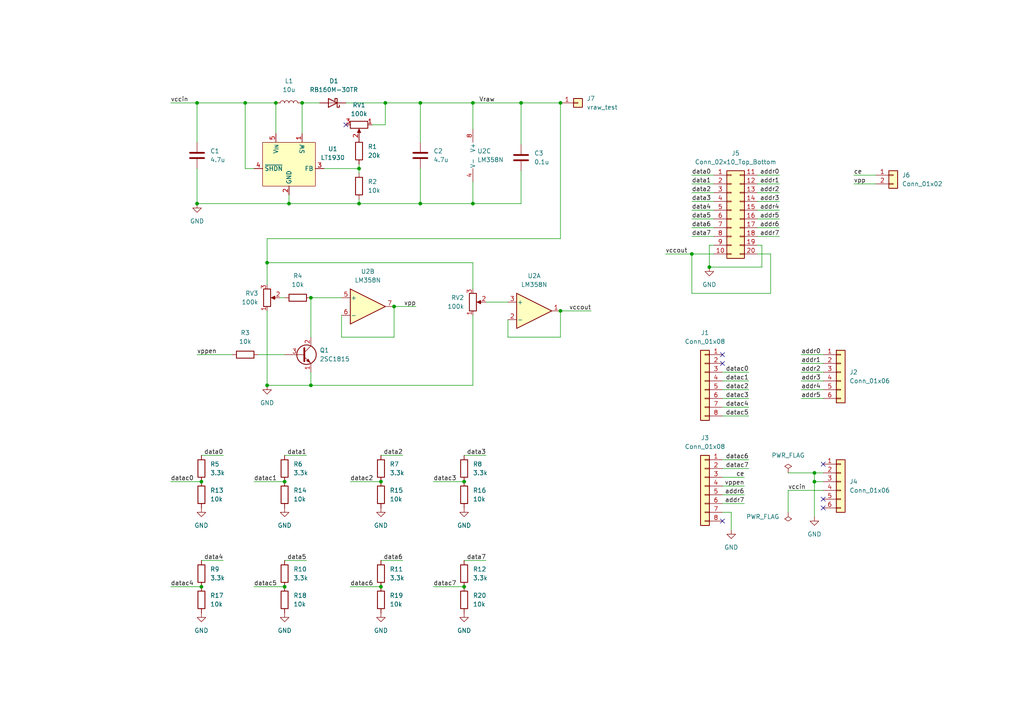
<source format=kicad_sch>
(kicad_sch (version 20211123) (generator eeschema)

  (uuid 72587f14-3879-4ab1-8ee7-30f0f8e50d93)

  (paper "A4")

  (lib_symbols
    (symbol "Amplifier_Operational:LM358" (pin_names (offset 0.127)) (in_bom yes) (on_board yes)
      (property "Reference" "U" (id 0) (at 0 5.08 0)
        (effects (font (size 1.27 1.27)) (justify left))
      )
      (property "Value" "LM358" (id 1) (at 0 -5.08 0)
        (effects (font (size 1.27 1.27)) (justify left))
      )
      (property "Footprint" "" (id 2) (at 0 0 0)
        (effects (font (size 1.27 1.27)) hide)
      )
      (property "Datasheet" "http://www.ti.com/lit/ds/symlink/lm2904-n.pdf" (id 3) (at 0 0 0)
        (effects (font (size 1.27 1.27)) hide)
      )
      (property "ki_locked" "" (id 4) (at 0 0 0)
        (effects (font (size 1.27 1.27)))
      )
      (property "ki_keywords" "dual opamp" (id 5) (at 0 0 0)
        (effects (font (size 1.27 1.27)) hide)
      )
      (property "ki_description" "Low-Power, Dual Operational Amplifiers, DIP-8/SOIC-8/TO-99-8" (id 6) (at 0 0 0)
        (effects (font (size 1.27 1.27)) hide)
      )
      (property "ki_fp_filters" "SOIC*3.9x4.9mm*P1.27mm* DIP*W7.62mm* TO*99* OnSemi*Micro8* TSSOP*3x3mm*P0.65mm* TSSOP*4.4x3mm*P0.65mm* MSOP*3x3mm*P0.65mm* SSOP*3.9x4.9mm*P0.635mm* LFCSP*2x2mm*P0.5mm* *SIP* SOIC*5.3x6.2mm*P1.27mm*" (id 7) (at 0 0 0)
        (effects (font (size 1.27 1.27)) hide)
      )
      (symbol "LM358_1_1"
        (polyline
          (pts
            (xy -5.08 5.08)
            (xy 5.08 0)
            (xy -5.08 -5.08)
            (xy -5.08 5.08)
          )
          (stroke (width 0.254) (type default) (color 0 0 0 0))
          (fill (type background))
        )
        (pin output line (at 7.62 0 180) (length 2.54)
          (name "~" (effects (font (size 1.27 1.27))))
          (number "1" (effects (font (size 1.27 1.27))))
        )
        (pin input line (at -7.62 -2.54 0) (length 2.54)
          (name "-" (effects (font (size 1.27 1.27))))
          (number "2" (effects (font (size 1.27 1.27))))
        )
        (pin input line (at -7.62 2.54 0) (length 2.54)
          (name "+" (effects (font (size 1.27 1.27))))
          (number "3" (effects (font (size 1.27 1.27))))
        )
      )
      (symbol "LM358_2_1"
        (polyline
          (pts
            (xy -5.08 5.08)
            (xy 5.08 0)
            (xy -5.08 -5.08)
            (xy -5.08 5.08)
          )
          (stroke (width 0.254) (type default) (color 0 0 0 0))
          (fill (type background))
        )
        (pin input line (at -7.62 2.54 0) (length 2.54)
          (name "+" (effects (font (size 1.27 1.27))))
          (number "5" (effects (font (size 1.27 1.27))))
        )
        (pin input line (at -7.62 -2.54 0) (length 2.54)
          (name "-" (effects (font (size 1.27 1.27))))
          (number "6" (effects (font (size 1.27 1.27))))
        )
        (pin output line (at 7.62 0 180) (length 2.54)
          (name "~" (effects (font (size 1.27 1.27))))
          (number "7" (effects (font (size 1.27 1.27))))
        )
      )
      (symbol "LM358_3_1"
        (pin power_in line (at -2.54 -7.62 90) (length 3.81)
          (name "V-" (effects (font (size 1.27 1.27))))
          (number "4" (effects (font (size 1.27 1.27))))
        )
        (pin power_in line (at -2.54 7.62 270) (length 3.81)
          (name "V+" (effects (font (size 1.27 1.27))))
          (number "8" (effects (font (size 1.27 1.27))))
        )
      )
    )
    (symbol "Connector_Generic:Conn_01x01" (pin_names (offset 1.016) hide) (in_bom yes) (on_board yes)
      (property "Reference" "J" (id 0) (at 0 2.54 0)
        (effects (font (size 1.27 1.27)))
      )
      (property "Value" "Conn_01x01" (id 1) (at 0 -2.54 0)
        (effects (font (size 1.27 1.27)))
      )
      (property "Footprint" "" (id 2) (at 0 0 0)
        (effects (font (size 1.27 1.27)) hide)
      )
      (property "Datasheet" "~" (id 3) (at 0 0 0)
        (effects (font (size 1.27 1.27)) hide)
      )
      (property "ki_keywords" "connector" (id 4) (at 0 0 0)
        (effects (font (size 1.27 1.27)) hide)
      )
      (property "ki_description" "Generic connector, single row, 01x01, script generated (kicad-library-utils/schlib/autogen/connector/)" (id 5) (at 0 0 0)
        (effects (font (size 1.27 1.27)) hide)
      )
      (property "ki_fp_filters" "Connector*:*_1x??_*" (id 6) (at 0 0 0)
        (effects (font (size 1.27 1.27)) hide)
      )
      (symbol "Conn_01x01_1_1"
        (rectangle (start -1.27 0.127) (end 0 -0.127)
          (stroke (width 0.1524) (type default) (color 0 0 0 0))
          (fill (type none))
        )
        (rectangle (start -1.27 1.27) (end 1.27 -1.27)
          (stroke (width 0.254) (type default) (color 0 0 0 0))
          (fill (type background))
        )
        (pin passive line (at -5.08 0 0) (length 3.81)
          (name "Pin_1" (effects (font (size 1.27 1.27))))
          (number "1" (effects (font (size 1.27 1.27))))
        )
      )
    )
    (symbol "Connector_Generic:Conn_01x02" (pin_names (offset 1.016) hide) (in_bom yes) (on_board yes)
      (property "Reference" "J" (id 0) (at 0 2.54 0)
        (effects (font (size 1.27 1.27)))
      )
      (property "Value" "Conn_01x02" (id 1) (at 0 -5.08 0)
        (effects (font (size 1.27 1.27)))
      )
      (property "Footprint" "" (id 2) (at 0 0 0)
        (effects (font (size 1.27 1.27)) hide)
      )
      (property "Datasheet" "~" (id 3) (at 0 0 0)
        (effects (font (size 1.27 1.27)) hide)
      )
      (property "ki_keywords" "connector" (id 4) (at 0 0 0)
        (effects (font (size 1.27 1.27)) hide)
      )
      (property "ki_description" "Generic connector, single row, 01x02, script generated (kicad-library-utils/schlib/autogen/connector/)" (id 5) (at 0 0 0)
        (effects (font (size 1.27 1.27)) hide)
      )
      (property "ki_fp_filters" "Connector*:*_1x??_*" (id 6) (at 0 0 0)
        (effects (font (size 1.27 1.27)) hide)
      )
      (symbol "Conn_01x02_1_1"
        (rectangle (start -1.27 -2.413) (end 0 -2.667)
          (stroke (width 0.1524) (type default) (color 0 0 0 0))
          (fill (type none))
        )
        (rectangle (start -1.27 0.127) (end 0 -0.127)
          (stroke (width 0.1524) (type default) (color 0 0 0 0))
          (fill (type none))
        )
        (rectangle (start -1.27 1.27) (end 1.27 -3.81)
          (stroke (width 0.254) (type default) (color 0 0 0 0))
          (fill (type background))
        )
        (pin passive line (at -5.08 0 0) (length 3.81)
          (name "Pin_1" (effects (font (size 1.27 1.27))))
          (number "1" (effects (font (size 1.27 1.27))))
        )
        (pin passive line (at -5.08 -2.54 0) (length 3.81)
          (name "Pin_2" (effects (font (size 1.27 1.27))))
          (number "2" (effects (font (size 1.27 1.27))))
        )
      )
    )
    (symbol "Connector_Generic:Conn_01x06" (pin_names (offset 1.016) hide) (in_bom yes) (on_board yes)
      (property "Reference" "J" (id 0) (at 0 7.62 0)
        (effects (font (size 1.27 1.27)))
      )
      (property "Value" "Conn_01x06" (id 1) (at 0 -10.16 0)
        (effects (font (size 1.27 1.27)))
      )
      (property "Footprint" "" (id 2) (at 0 0 0)
        (effects (font (size 1.27 1.27)) hide)
      )
      (property "Datasheet" "~" (id 3) (at 0 0 0)
        (effects (font (size 1.27 1.27)) hide)
      )
      (property "ki_keywords" "connector" (id 4) (at 0 0 0)
        (effects (font (size 1.27 1.27)) hide)
      )
      (property "ki_description" "Generic connector, single row, 01x06, script generated (kicad-library-utils/schlib/autogen/connector/)" (id 5) (at 0 0 0)
        (effects (font (size 1.27 1.27)) hide)
      )
      (property "ki_fp_filters" "Connector*:*_1x??_*" (id 6) (at 0 0 0)
        (effects (font (size 1.27 1.27)) hide)
      )
      (symbol "Conn_01x06_1_1"
        (rectangle (start -1.27 -7.493) (end 0 -7.747)
          (stroke (width 0.1524) (type default) (color 0 0 0 0))
          (fill (type none))
        )
        (rectangle (start -1.27 -4.953) (end 0 -5.207)
          (stroke (width 0.1524) (type default) (color 0 0 0 0))
          (fill (type none))
        )
        (rectangle (start -1.27 -2.413) (end 0 -2.667)
          (stroke (width 0.1524) (type default) (color 0 0 0 0))
          (fill (type none))
        )
        (rectangle (start -1.27 0.127) (end 0 -0.127)
          (stroke (width 0.1524) (type default) (color 0 0 0 0))
          (fill (type none))
        )
        (rectangle (start -1.27 2.667) (end 0 2.413)
          (stroke (width 0.1524) (type default) (color 0 0 0 0))
          (fill (type none))
        )
        (rectangle (start -1.27 5.207) (end 0 4.953)
          (stroke (width 0.1524) (type default) (color 0 0 0 0))
          (fill (type none))
        )
        (rectangle (start -1.27 6.35) (end 1.27 -8.89)
          (stroke (width 0.254) (type default) (color 0 0 0 0))
          (fill (type background))
        )
        (pin passive line (at -5.08 5.08 0) (length 3.81)
          (name "Pin_1" (effects (font (size 1.27 1.27))))
          (number "1" (effects (font (size 1.27 1.27))))
        )
        (pin passive line (at -5.08 2.54 0) (length 3.81)
          (name "Pin_2" (effects (font (size 1.27 1.27))))
          (number "2" (effects (font (size 1.27 1.27))))
        )
        (pin passive line (at -5.08 0 0) (length 3.81)
          (name "Pin_3" (effects (font (size 1.27 1.27))))
          (number "3" (effects (font (size 1.27 1.27))))
        )
        (pin passive line (at -5.08 -2.54 0) (length 3.81)
          (name "Pin_4" (effects (font (size 1.27 1.27))))
          (number "4" (effects (font (size 1.27 1.27))))
        )
        (pin passive line (at -5.08 -5.08 0) (length 3.81)
          (name "Pin_5" (effects (font (size 1.27 1.27))))
          (number "5" (effects (font (size 1.27 1.27))))
        )
        (pin passive line (at -5.08 -7.62 0) (length 3.81)
          (name "Pin_6" (effects (font (size 1.27 1.27))))
          (number "6" (effects (font (size 1.27 1.27))))
        )
      )
    )
    (symbol "Connector_Generic:Conn_01x08" (pin_names (offset 1.016) hide) (in_bom yes) (on_board yes)
      (property "Reference" "J" (id 0) (at 0 10.16 0)
        (effects (font (size 1.27 1.27)))
      )
      (property "Value" "Conn_01x08" (id 1) (at 0 -12.7 0)
        (effects (font (size 1.27 1.27)))
      )
      (property "Footprint" "" (id 2) (at 0 0 0)
        (effects (font (size 1.27 1.27)) hide)
      )
      (property "Datasheet" "~" (id 3) (at 0 0 0)
        (effects (font (size 1.27 1.27)) hide)
      )
      (property "ki_keywords" "connector" (id 4) (at 0 0 0)
        (effects (font (size 1.27 1.27)) hide)
      )
      (property "ki_description" "Generic connector, single row, 01x08, script generated (kicad-library-utils/schlib/autogen/connector/)" (id 5) (at 0 0 0)
        (effects (font (size 1.27 1.27)) hide)
      )
      (property "ki_fp_filters" "Connector*:*_1x??_*" (id 6) (at 0 0 0)
        (effects (font (size 1.27 1.27)) hide)
      )
      (symbol "Conn_01x08_1_1"
        (rectangle (start -1.27 -10.033) (end 0 -10.287)
          (stroke (width 0.1524) (type default) (color 0 0 0 0))
          (fill (type none))
        )
        (rectangle (start -1.27 -7.493) (end 0 -7.747)
          (stroke (width 0.1524) (type default) (color 0 0 0 0))
          (fill (type none))
        )
        (rectangle (start -1.27 -4.953) (end 0 -5.207)
          (stroke (width 0.1524) (type default) (color 0 0 0 0))
          (fill (type none))
        )
        (rectangle (start -1.27 -2.413) (end 0 -2.667)
          (stroke (width 0.1524) (type default) (color 0 0 0 0))
          (fill (type none))
        )
        (rectangle (start -1.27 0.127) (end 0 -0.127)
          (stroke (width 0.1524) (type default) (color 0 0 0 0))
          (fill (type none))
        )
        (rectangle (start -1.27 2.667) (end 0 2.413)
          (stroke (width 0.1524) (type default) (color 0 0 0 0))
          (fill (type none))
        )
        (rectangle (start -1.27 5.207) (end 0 4.953)
          (stroke (width 0.1524) (type default) (color 0 0 0 0))
          (fill (type none))
        )
        (rectangle (start -1.27 7.747) (end 0 7.493)
          (stroke (width 0.1524) (type default) (color 0 0 0 0))
          (fill (type none))
        )
        (rectangle (start -1.27 8.89) (end 1.27 -11.43)
          (stroke (width 0.254) (type default) (color 0 0 0 0))
          (fill (type background))
        )
        (pin passive line (at -5.08 7.62 0) (length 3.81)
          (name "Pin_1" (effects (font (size 1.27 1.27))))
          (number "1" (effects (font (size 1.27 1.27))))
        )
        (pin passive line (at -5.08 5.08 0) (length 3.81)
          (name "Pin_2" (effects (font (size 1.27 1.27))))
          (number "2" (effects (font (size 1.27 1.27))))
        )
        (pin passive line (at -5.08 2.54 0) (length 3.81)
          (name "Pin_3" (effects (font (size 1.27 1.27))))
          (number "3" (effects (font (size 1.27 1.27))))
        )
        (pin passive line (at -5.08 0 0) (length 3.81)
          (name "Pin_4" (effects (font (size 1.27 1.27))))
          (number "4" (effects (font (size 1.27 1.27))))
        )
        (pin passive line (at -5.08 -2.54 0) (length 3.81)
          (name "Pin_5" (effects (font (size 1.27 1.27))))
          (number "5" (effects (font (size 1.27 1.27))))
        )
        (pin passive line (at -5.08 -5.08 0) (length 3.81)
          (name "Pin_6" (effects (font (size 1.27 1.27))))
          (number "6" (effects (font (size 1.27 1.27))))
        )
        (pin passive line (at -5.08 -7.62 0) (length 3.81)
          (name "Pin_7" (effects (font (size 1.27 1.27))))
          (number "7" (effects (font (size 1.27 1.27))))
        )
        (pin passive line (at -5.08 -10.16 0) (length 3.81)
          (name "Pin_8" (effects (font (size 1.27 1.27))))
          (number "8" (effects (font (size 1.27 1.27))))
        )
      )
    )
    (symbol "Connector_Generic:Conn_02x10_Top_Bottom" (pin_names (offset 1.016) hide) (in_bom yes) (on_board yes)
      (property "Reference" "J" (id 0) (at 1.27 12.7 0)
        (effects (font (size 1.27 1.27)))
      )
      (property "Value" "Conn_02x10_Top_Bottom" (id 1) (at 1.27 -15.24 0)
        (effects (font (size 1.27 1.27)))
      )
      (property "Footprint" "" (id 2) (at 0 0 0)
        (effects (font (size 1.27 1.27)) hide)
      )
      (property "Datasheet" "~" (id 3) (at 0 0 0)
        (effects (font (size 1.27 1.27)) hide)
      )
      (property "ki_keywords" "connector" (id 4) (at 0 0 0)
        (effects (font (size 1.27 1.27)) hide)
      )
      (property "ki_description" "Generic connector, double row, 02x10, top/bottom pin numbering scheme (row 1: 1...pins_per_row, row2: pins_per_row+1 ... num_pins), script generated (kicad-library-utils/schlib/autogen/connector/)" (id 5) (at 0 0 0)
        (effects (font (size 1.27 1.27)) hide)
      )
      (property "ki_fp_filters" "Connector*:*_2x??_*" (id 6) (at 0 0 0)
        (effects (font (size 1.27 1.27)) hide)
      )
      (symbol "Conn_02x10_Top_Bottom_1_1"
        (rectangle (start -1.27 -12.573) (end 0 -12.827)
          (stroke (width 0.1524) (type default) (color 0 0 0 0))
          (fill (type none))
        )
        (rectangle (start -1.27 -10.033) (end 0 -10.287)
          (stroke (width 0.1524) (type default) (color 0 0 0 0))
          (fill (type none))
        )
        (rectangle (start -1.27 -7.493) (end 0 -7.747)
          (stroke (width 0.1524) (type default) (color 0 0 0 0))
          (fill (type none))
        )
        (rectangle (start -1.27 -4.953) (end 0 -5.207)
          (stroke (width 0.1524) (type default) (color 0 0 0 0))
          (fill (type none))
        )
        (rectangle (start -1.27 -2.413) (end 0 -2.667)
          (stroke (width 0.1524) (type default) (color 0 0 0 0))
          (fill (type none))
        )
        (rectangle (start -1.27 0.127) (end 0 -0.127)
          (stroke (width 0.1524) (type default) (color 0 0 0 0))
          (fill (type none))
        )
        (rectangle (start -1.27 2.667) (end 0 2.413)
          (stroke (width 0.1524) (type default) (color 0 0 0 0))
          (fill (type none))
        )
        (rectangle (start -1.27 5.207) (end 0 4.953)
          (stroke (width 0.1524) (type default) (color 0 0 0 0))
          (fill (type none))
        )
        (rectangle (start -1.27 7.747) (end 0 7.493)
          (stroke (width 0.1524) (type default) (color 0 0 0 0))
          (fill (type none))
        )
        (rectangle (start -1.27 10.287) (end 0 10.033)
          (stroke (width 0.1524) (type default) (color 0 0 0 0))
          (fill (type none))
        )
        (rectangle (start -1.27 11.43) (end 3.81 -13.97)
          (stroke (width 0.254) (type default) (color 0 0 0 0))
          (fill (type background))
        )
        (rectangle (start 3.81 -12.573) (end 2.54 -12.827)
          (stroke (width 0.1524) (type default) (color 0 0 0 0))
          (fill (type none))
        )
        (rectangle (start 3.81 -10.033) (end 2.54 -10.287)
          (stroke (width 0.1524) (type default) (color 0 0 0 0))
          (fill (type none))
        )
        (rectangle (start 3.81 -7.493) (end 2.54 -7.747)
          (stroke (width 0.1524) (type default) (color 0 0 0 0))
          (fill (type none))
        )
        (rectangle (start 3.81 -4.953) (end 2.54 -5.207)
          (stroke (width 0.1524) (type default) (color 0 0 0 0))
          (fill (type none))
        )
        (rectangle (start 3.81 -2.413) (end 2.54 -2.667)
          (stroke (width 0.1524) (type default) (color 0 0 0 0))
          (fill (type none))
        )
        (rectangle (start 3.81 0.127) (end 2.54 -0.127)
          (stroke (width 0.1524) (type default) (color 0 0 0 0))
          (fill (type none))
        )
        (rectangle (start 3.81 2.667) (end 2.54 2.413)
          (stroke (width 0.1524) (type default) (color 0 0 0 0))
          (fill (type none))
        )
        (rectangle (start 3.81 5.207) (end 2.54 4.953)
          (stroke (width 0.1524) (type default) (color 0 0 0 0))
          (fill (type none))
        )
        (rectangle (start 3.81 7.747) (end 2.54 7.493)
          (stroke (width 0.1524) (type default) (color 0 0 0 0))
          (fill (type none))
        )
        (rectangle (start 3.81 10.287) (end 2.54 10.033)
          (stroke (width 0.1524) (type default) (color 0 0 0 0))
          (fill (type none))
        )
        (pin passive line (at -5.08 10.16 0) (length 3.81)
          (name "Pin_1" (effects (font (size 1.27 1.27))))
          (number "1" (effects (font (size 1.27 1.27))))
        )
        (pin passive line (at -5.08 -12.7 0) (length 3.81)
          (name "Pin_10" (effects (font (size 1.27 1.27))))
          (number "10" (effects (font (size 1.27 1.27))))
        )
        (pin passive line (at 7.62 10.16 180) (length 3.81)
          (name "Pin_11" (effects (font (size 1.27 1.27))))
          (number "11" (effects (font (size 1.27 1.27))))
        )
        (pin passive line (at 7.62 7.62 180) (length 3.81)
          (name "Pin_12" (effects (font (size 1.27 1.27))))
          (number "12" (effects (font (size 1.27 1.27))))
        )
        (pin passive line (at 7.62 5.08 180) (length 3.81)
          (name "Pin_13" (effects (font (size 1.27 1.27))))
          (number "13" (effects (font (size 1.27 1.27))))
        )
        (pin passive line (at 7.62 2.54 180) (length 3.81)
          (name "Pin_14" (effects (font (size 1.27 1.27))))
          (number "14" (effects (font (size 1.27 1.27))))
        )
        (pin passive line (at 7.62 0 180) (length 3.81)
          (name "Pin_15" (effects (font (size 1.27 1.27))))
          (number "15" (effects (font (size 1.27 1.27))))
        )
        (pin passive line (at 7.62 -2.54 180) (length 3.81)
          (name "Pin_16" (effects (font (size 1.27 1.27))))
          (number "16" (effects (font (size 1.27 1.27))))
        )
        (pin passive line (at 7.62 -5.08 180) (length 3.81)
          (name "Pin_17" (effects (font (size 1.27 1.27))))
          (number "17" (effects (font (size 1.27 1.27))))
        )
        (pin passive line (at 7.62 -7.62 180) (length 3.81)
          (name "Pin_18" (effects (font (size 1.27 1.27))))
          (number "18" (effects (font (size 1.27 1.27))))
        )
        (pin passive line (at 7.62 -10.16 180) (length 3.81)
          (name "Pin_19" (effects (font (size 1.27 1.27))))
          (number "19" (effects (font (size 1.27 1.27))))
        )
        (pin passive line (at -5.08 7.62 0) (length 3.81)
          (name "Pin_2" (effects (font (size 1.27 1.27))))
          (number "2" (effects (font (size 1.27 1.27))))
        )
        (pin passive line (at 7.62 -12.7 180) (length 3.81)
          (name "Pin_20" (effects (font (size 1.27 1.27))))
          (number "20" (effects (font (size 1.27 1.27))))
        )
        (pin passive line (at -5.08 5.08 0) (length 3.81)
          (name "Pin_3" (effects (font (size 1.27 1.27))))
          (number "3" (effects (font (size 1.27 1.27))))
        )
        (pin passive line (at -5.08 2.54 0) (length 3.81)
          (name "Pin_4" (effects (font (size 1.27 1.27))))
          (number "4" (effects (font (size 1.27 1.27))))
        )
        (pin passive line (at -5.08 0 0) (length 3.81)
          (name "Pin_5" (effects (font (size 1.27 1.27))))
          (number "5" (effects (font (size 1.27 1.27))))
        )
        (pin passive line (at -5.08 -2.54 0) (length 3.81)
          (name "Pin_6" (effects (font (size 1.27 1.27))))
          (number "6" (effects (font (size 1.27 1.27))))
        )
        (pin passive line (at -5.08 -5.08 0) (length 3.81)
          (name "Pin_7" (effects (font (size 1.27 1.27))))
          (number "7" (effects (font (size 1.27 1.27))))
        )
        (pin passive line (at -5.08 -7.62 0) (length 3.81)
          (name "Pin_8" (effects (font (size 1.27 1.27))))
          (number "8" (effects (font (size 1.27 1.27))))
        )
        (pin passive line (at -5.08 -10.16 0) (length 3.81)
          (name "Pin_9" (effects (font (size 1.27 1.27))))
          (number "9" (effects (font (size 1.27 1.27))))
        )
      )
    )
    (symbol "Device:C" (pin_numbers hide) (pin_names (offset 0.254)) (in_bom yes) (on_board yes)
      (property "Reference" "C" (id 0) (at 0.635 2.54 0)
        (effects (font (size 1.27 1.27)) (justify left))
      )
      (property "Value" "C" (id 1) (at 0.635 -2.54 0)
        (effects (font (size 1.27 1.27)) (justify left))
      )
      (property "Footprint" "" (id 2) (at 0.9652 -3.81 0)
        (effects (font (size 1.27 1.27)) hide)
      )
      (property "Datasheet" "~" (id 3) (at 0 0 0)
        (effects (font (size 1.27 1.27)) hide)
      )
      (property "ki_keywords" "cap capacitor" (id 4) (at 0 0 0)
        (effects (font (size 1.27 1.27)) hide)
      )
      (property "ki_description" "Unpolarized capacitor" (id 5) (at 0 0 0)
        (effects (font (size 1.27 1.27)) hide)
      )
      (property "ki_fp_filters" "C_*" (id 6) (at 0 0 0)
        (effects (font (size 1.27 1.27)) hide)
      )
      (symbol "C_0_1"
        (polyline
          (pts
            (xy -2.032 -0.762)
            (xy 2.032 -0.762)
          )
          (stroke (width 0.508) (type default) (color 0 0 0 0))
          (fill (type none))
        )
        (polyline
          (pts
            (xy -2.032 0.762)
            (xy 2.032 0.762)
          )
          (stroke (width 0.508) (type default) (color 0 0 0 0))
          (fill (type none))
        )
      )
      (symbol "C_1_1"
        (pin passive line (at 0 3.81 270) (length 2.794)
          (name "~" (effects (font (size 1.27 1.27))))
          (number "1" (effects (font (size 1.27 1.27))))
        )
        (pin passive line (at 0 -3.81 90) (length 2.794)
          (name "~" (effects (font (size 1.27 1.27))))
          (number "2" (effects (font (size 1.27 1.27))))
        )
      )
    )
    (symbol "Device:D_Schottky" (pin_numbers hide) (pin_names (offset 1.016) hide) (in_bom yes) (on_board yes)
      (property "Reference" "D" (id 0) (at 0 2.54 0)
        (effects (font (size 1.27 1.27)))
      )
      (property "Value" "D_Schottky" (id 1) (at 0 -2.54 0)
        (effects (font (size 1.27 1.27)))
      )
      (property "Footprint" "" (id 2) (at 0 0 0)
        (effects (font (size 1.27 1.27)) hide)
      )
      (property "Datasheet" "~" (id 3) (at 0 0 0)
        (effects (font (size 1.27 1.27)) hide)
      )
      (property "ki_keywords" "diode Schottky" (id 4) (at 0 0 0)
        (effects (font (size 1.27 1.27)) hide)
      )
      (property "ki_description" "Schottky diode" (id 5) (at 0 0 0)
        (effects (font (size 1.27 1.27)) hide)
      )
      (property "ki_fp_filters" "TO-???* *_Diode_* *SingleDiode* D_*" (id 6) (at 0 0 0)
        (effects (font (size 1.27 1.27)) hide)
      )
      (symbol "D_Schottky_0_1"
        (polyline
          (pts
            (xy 1.27 0)
            (xy -1.27 0)
          )
          (stroke (width 0) (type default) (color 0 0 0 0))
          (fill (type none))
        )
        (polyline
          (pts
            (xy 1.27 1.27)
            (xy 1.27 -1.27)
            (xy -1.27 0)
            (xy 1.27 1.27)
          )
          (stroke (width 0.254) (type default) (color 0 0 0 0))
          (fill (type none))
        )
        (polyline
          (pts
            (xy -1.905 0.635)
            (xy -1.905 1.27)
            (xy -1.27 1.27)
            (xy -1.27 -1.27)
            (xy -0.635 -1.27)
            (xy -0.635 -0.635)
          )
          (stroke (width 0.254) (type default) (color 0 0 0 0))
          (fill (type none))
        )
      )
      (symbol "D_Schottky_1_1"
        (pin passive line (at -3.81 0 0) (length 2.54)
          (name "K" (effects (font (size 1.27 1.27))))
          (number "1" (effects (font (size 1.27 1.27))))
        )
        (pin passive line (at 3.81 0 180) (length 2.54)
          (name "A" (effects (font (size 1.27 1.27))))
          (number "2" (effects (font (size 1.27 1.27))))
        )
      )
    )
    (symbol "Device:L" (pin_numbers hide) (pin_names (offset 1.016) hide) (in_bom yes) (on_board yes)
      (property "Reference" "L" (id 0) (at -1.27 0 90)
        (effects (font (size 1.27 1.27)))
      )
      (property "Value" "L" (id 1) (at 1.905 0 90)
        (effects (font (size 1.27 1.27)))
      )
      (property "Footprint" "" (id 2) (at 0 0 0)
        (effects (font (size 1.27 1.27)) hide)
      )
      (property "Datasheet" "~" (id 3) (at 0 0 0)
        (effects (font (size 1.27 1.27)) hide)
      )
      (property "ki_keywords" "inductor choke coil reactor magnetic" (id 4) (at 0 0 0)
        (effects (font (size 1.27 1.27)) hide)
      )
      (property "ki_description" "Inductor" (id 5) (at 0 0 0)
        (effects (font (size 1.27 1.27)) hide)
      )
      (property "ki_fp_filters" "Choke_* *Coil* Inductor_* L_*" (id 6) (at 0 0 0)
        (effects (font (size 1.27 1.27)) hide)
      )
      (symbol "L_0_1"
        (arc (start 0 -2.54) (mid 0.635 -1.905) (end 0 -1.27)
          (stroke (width 0) (type default) (color 0 0 0 0))
          (fill (type none))
        )
        (arc (start 0 -1.27) (mid 0.635 -0.635) (end 0 0)
          (stroke (width 0) (type default) (color 0 0 0 0))
          (fill (type none))
        )
        (arc (start 0 0) (mid 0.635 0.635) (end 0 1.27)
          (stroke (width 0) (type default) (color 0 0 0 0))
          (fill (type none))
        )
        (arc (start 0 1.27) (mid 0.635 1.905) (end 0 2.54)
          (stroke (width 0) (type default) (color 0 0 0 0))
          (fill (type none))
        )
      )
      (symbol "L_1_1"
        (pin passive line (at 0 3.81 270) (length 1.27)
          (name "1" (effects (font (size 1.27 1.27))))
          (number "1" (effects (font (size 1.27 1.27))))
        )
        (pin passive line (at 0 -3.81 90) (length 1.27)
          (name "2" (effects (font (size 1.27 1.27))))
          (number "2" (effects (font (size 1.27 1.27))))
        )
      )
    )
    (symbol "Device:Q_NPN_ECB" (pin_names (offset 0) hide) (in_bom yes) (on_board yes)
      (property "Reference" "Q" (id 0) (at 5.08 1.27 0)
        (effects (font (size 1.27 1.27)) (justify left))
      )
      (property "Value" "Q_NPN_ECB" (id 1) (at 5.08 -1.27 0)
        (effects (font (size 1.27 1.27)) (justify left))
      )
      (property "Footprint" "" (id 2) (at 5.08 2.54 0)
        (effects (font (size 1.27 1.27)) hide)
      )
      (property "Datasheet" "~" (id 3) (at 0 0 0)
        (effects (font (size 1.27 1.27)) hide)
      )
      (property "ki_keywords" "transistor NPN" (id 4) (at 0 0 0)
        (effects (font (size 1.27 1.27)) hide)
      )
      (property "ki_description" "NPN transistor, emitter/collector/base" (id 5) (at 0 0 0)
        (effects (font (size 1.27 1.27)) hide)
      )
      (symbol "Q_NPN_ECB_0_1"
        (polyline
          (pts
            (xy 0.635 0.635)
            (xy 2.54 2.54)
          )
          (stroke (width 0) (type default) (color 0 0 0 0))
          (fill (type none))
        )
        (polyline
          (pts
            (xy 0.635 -0.635)
            (xy 2.54 -2.54)
            (xy 2.54 -2.54)
          )
          (stroke (width 0) (type default) (color 0 0 0 0))
          (fill (type none))
        )
        (polyline
          (pts
            (xy 0.635 1.905)
            (xy 0.635 -1.905)
            (xy 0.635 -1.905)
          )
          (stroke (width 0.508) (type default) (color 0 0 0 0))
          (fill (type none))
        )
        (polyline
          (pts
            (xy 1.27 -1.778)
            (xy 1.778 -1.27)
            (xy 2.286 -2.286)
            (xy 1.27 -1.778)
            (xy 1.27 -1.778)
          )
          (stroke (width 0) (type default) (color 0 0 0 0))
          (fill (type outline))
        )
        (circle (center 1.27 0) (radius 2.8194)
          (stroke (width 0.254) (type default) (color 0 0 0 0))
          (fill (type none))
        )
      )
      (symbol "Q_NPN_ECB_1_1"
        (pin passive line (at 2.54 -5.08 90) (length 2.54)
          (name "E" (effects (font (size 1.27 1.27))))
          (number "1" (effects (font (size 1.27 1.27))))
        )
        (pin passive line (at 2.54 5.08 270) (length 2.54)
          (name "C" (effects (font (size 1.27 1.27))))
          (number "2" (effects (font (size 1.27 1.27))))
        )
        (pin passive line (at -5.08 0 0) (length 5.715)
          (name "B" (effects (font (size 1.27 1.27))))
          (number "3" (effects (font (size 1.27 1.27))))
        )
      )
    )
    (symbol "Device:R" (pin_numbers hide) (pin_names (offset 0)) (in_bom yes) (on_board yes)
      (property "Reference" "R" (id 0) (at 2.032 0 90)
        (effects (font (size 1.27 1.27)))
      )
      (property "Value" "R" (id 1) (at 0 0 90)
        (effects (font (size 1.27 1.27)))
      )
      (property "Footprint" "" (id 2) (at -1.778 0 90)
        (effects (font (size 1.27 1.27)) hide)
      )
      (property "Datasheet" "~" (id 3) (at 0 0 0)
        (effects (font (size 1.27 1.27)) hide)
      )
      (property "ki_keywords" "R res resistor" (id 4) (at 0 0 0)
        (effects (font (size 1.27 1.27)) hide)
      )
      (property "ki_description" "Resistor" (id 5) (at 0 0 0)
        (effects (font (size 1.27 1.27)) hide)
      )
      (property "ki_fp_filters" "R_*" (id 6) (at 0 0 0)
        (effects (font (size 1.27 1.27)) hide)
      )
      (symbol "R_0_1"
        (rectangle (start -1.016 -2.54) (end 1.016 2.54)
          (stroke (width 0.254) (type default) (color 0 0 0 0))
          (fill (type none))
        )
      )
      (symbol "R_1_1"
        (pin passive line (at 0 3.81 270) (length 1.27)
          (name "~" (effects (font (size 1.27 1.27))))
          (number "1" (effects (font (size 1.27 1.27))))
        )
        (pin passive line (at 0 -3.81 90) (length 1.27)
          (name "~" (effects (font (size 1.27 1.27))))
          (number "2" (effects (font (size 1.27 1.27))))
        )
      )
    )
    (symbol "Device:R_Potentiometer" (pin_names (offset 1.016) hide) (in_bom yes) (on_board yes)
      (property "Reference" "RV" (id 0) (at -4.445 0 90)
        (effects (font (size 1.27 1.27)))
      )
      (property "Value" "R_Potentiometer" (id 1) (at -2.54 0 90)
        (effects (font (size 1.27 1.27)))
      )
      (property "Footprint" "" (id 2) (at 0 0 0)
        (effects (font (size 1.27 1.27)) hide)
      )
      (property "Datasheet" "~" (id 3) (at 0 0 0)
        (effects (font (size 1.27 1.27)) hide)
      )
      (property "ki_keywords" "resistor variable" (id 4) (at 0 0 0)
        (effects (font (size 1.27 1.27)) hide)
      )
      (property "ki_description" "Potentiometer" (id 5) (at 0 0 0)
        (effects (font (size 1.27 1.27)) hide)
      )
      (property "ki_fp_filters" "Potentiometer*" (id 6) (at 0 0 0)
        (effects (font (size 1.27 1.27)) hide)
      )
      (symbol "R_Potentiometer_0_1"
        (polyline
          (pts
            (xy 2.54 0)
            (xy 1.524 0)
          )
          (stroke (width 0) (type default) (color 0 0 0 0))
          (fill (type none))
        )
        (polyline
          (pts
            (xy 1.143 0)
            (xy 2.286 0.508)
            (xy 2.286 -0.508)
            (xy 1.143 0)
          )
          (stroke (width 0) (type default) (color 0 0 0 0))
          (fill (type outline))
        )
        (rectangle (start 1.016 2.54) (end -1.016 -2.54)
          (stroke (width 0.254) (type default) (color 0 0 0 0))
          (fill (type none))
        )
      )
      (symbol "R_Potentiometer_1_1"
        (pin passive line (at 0 3.81 270) (length 1.27)
          (name "1" (effects (font (size 1.27 1.27))))
          (number "1" (effects (font (size 1.27 1.27))))
        )
        (pin passive line (at 3.81 0 180) (length 1.27)
          (name "2" (effects (font (size 1.27 1.27))))
          (number "2" (effects (font (size 1.27 1.27))))
        )
        (pin passive line (at 0 -3.81 90) (length 1.27)
          (name "3" (effects (font (size 1.27 1.27))))
          (number "3" (effects (font (size 1.27 1.27))))
        )
      )
    )
    (symbol "PrjLibrary:LT1930" (in_bom yes) (on_board yes)
      (property "Reference" "U" (id 0) (at -12.7 -6.35 0)
        (effects (font (size 1.27 1.27)))
      )
      (property "Value" "LT1930" (id 1) (at -12.7 -8.89 0)
        (effects (font (size 1.27 1.27)))
      )
      (property "Footprint" "" (id 2) (at -3.81 0 0)
        (effects (font (size 1.27 1.27)) hide)
      )
      (property "Datasheet" "" (id 3) (at -3.81 0 0)
        (effects (font (size 1.27 1.27)) hide)
      )
      (symbol "LT1930_0_1"
        (rectangle (start -7.62 5.08) (end 7.62 -7.62)
          (stroke (width 0) (type default) (color 0 0 0 0))
          (fill (type background))
        )
      )
      (symbol "LT1930_1_1"
        (pin power_out line (at 3.81 7.62 270) (length 2.54)
          (name "SW" (effects (font (size 1.27 1.27))))
          (number "1" (effects (font (size 1.27 1.27))))
        )
        (pin power_in line (at 0 -10.16 90) (length 2.54)
          (name "GND" (effects (font (size 1.27 1.27))))
          (number "2" (effects (font (size 1.27 1.27))))
        )
        (pin input line (at 10.16 -2.54 180) (length 2.54)
          (name "FB" (effects (font (size 1.27 1.27))))
          (number "3" (effects (font (size 1.27 1.27))))
        )
        (pin input line (at -10.16 -2.54 0) (length 2.54)
          (name "~{SHDN}" (effects (font (size 1.27 1.27))))
          (number "4" (effects (font (size 1.27 1.27))))
        )
        (pin power_in line (at -3.81 7.62 270) (length 2.54)
          (name "V_{IN}" (effects (font (size 1.27 1.27))))
          (number "5" (effects (font (size 1.27 1.27))))
        )
      )
    )
    (symbol "power:GND" (power) (pin_names (offset 0)) (in_bom yes) (on_board yes)
      (property "Reference" "#PWR" (id 0) (at 0 -6.35 0)
        (effects (font (size 1.27 1.27)) hide)
      )
      (property "Value" "GND" (id 1) (at 0 -3.81 0)
        (effects (font (size 1.27 1.27)))
      )
      (property "Footprint" "" (id 2) (at 0 0 0)
        (effects (font (size 1.27 1.27)) hide)
      )
      (property "Datasheet" "" (id 3) (at 0 0 0)
        (effects (font (size 1.27 1.27)) hide)
      )
      (property "ki_keywords" "power-flag" (id 4) (at 0 0 0)
        (effects (font (size 1.27 1.27)) hide)
      )
      (property "ki_description" "Power symbol creates a global label with name \"GND\" , ground" (id 5) (at 0 0 0)
        (effects (font (size 1.27 1.27)) hide)
      )
      (symbol "GND_0_1"
        (polyline
          (pts
            (xy 0 0)
            (xy 0 -1.27)
            (xy 1.27 -1.27)
            (xy 0 -2.54)
            (xy -1.27 -1.27)
            (xy 0 -1.27)
          )
          (stroke (width 0) (type default) (color 0 0 0 0))
          (fill (type none))
        )
      )
      (symbol "GND_1_1"
        (pin power_in line (at 0 0 270) (length 0) hide
          (name "GND" (effects (font (size 1.27 1.27))))
          (number "1" (effects (font (size 1.27 1.27))))
        )
      )
    )
    (symbol "power:PWR_FLAG" (power) (pin_numbers hide) (pin_names (offset 0) hide) (in_bom yes) (on_board yes)
      (property "Reference" "#FLG" (id 0) (at 0 1.905 0)
        (effects (font (size 1.27 1.27)) hide)
      )
      (property "Value" "PWR_FLAG" (id 1) (at 0 3.81 0)
        (effects (font (size 1.27 1.27)))
      )
      (property "Footprint" "" (id 2) (at 0 0 0)
        (effects (font (size 1.27 1.27)) hide)
      )
      (property "Datasheet" "~" (id 3) (at 0 0 0)
        (effects (font (size 1.27 1.27)) hide)
      )
      (property "ki_keywords" "power-flag" (id 4) (at 0 0 0)
        (effects (font (size 1.27 1.27)) hide)
      )
      (property "ki_description" "Special symbol for telling ERC where power comes from" (id 5) (at 0 0 0)
        (effects (font (size 1.27 1.27)) hide)
      )
      (symbol "PWR_FLAG_0_0"
        (pin power_out line (at 0 0 90) (length 0)
          (name "pwr" (effects (font (size 1.27 1.27))))
          (number "1" (effects (font (size 1.27 1.27))))
        )
      )
      (symbol "PWR_FLAG_0_1"
        (polyline
          (pts
            (xy 0 0)
            (xy 0 1.27)
            (xy -1.016 1.905)
            (xy 0 2.54)
            (xy 1.016 1.905)
            (xy 0 1.27)
          )
          (stroke (width 0) (type default) (color 0 0 0 0))
          (fill (type none))
        )
      )
    )
  )

  (junction (at 121.92 59.055) (diameter 0) (color 0 0 0 0)
    (uuid 04b6e096-a911-44ae-9e10-ae475098768f)
  )
  (junction (at 90.17 111.76) (diameter 0) (color 0 0 0 0)
    (uuid 0b74f0ed-fd0f-47cc-a98d-90d5521842bc)
  )
  (junction (at 90.17 86.36) (diameter 0) (color 0 0 0 0)
    (uuid 1d7890f2-f49b-4081-81d3-7afd43e4e0eb)
  )
  (junction (at 104.14 48.895) (diameter 0) (color 0 0 0 0)
    (uuid 256d737c-9b3b-4fb5-b38f-5b3fa5de453a)
  )
  (junction (at 58.42 170.18) (diameter 0) (color 0 0 0 0)
    (uuid 26a24e0b-2b59-4a97-8d83-2f42041994b5)
  )
  (junction (at 162.56 29.845) (diameter 0) (color 0 0 0 0)
    (uuid 2efdae99-8690-4a24-a443-8be24ac43b6c)
  )
  (junction (at 110.49 170.18) (diameter 0) (color 0 0 0 0)
    (uuid 357a558e-4739-43f9-99a4-edad787c04bd)
  )
  (junction (at 58.42 139.7) (diameter 0) (color 0 0 0 0)
    (uuid 370d8bff-1682-4a02-b70a-b4963ab10419)
  )
  (junction (at 110.49 139.7) (diameter 0) (color 0 0 0 0)
    (uuid 436573ce-e5b3-4ab9-bfc1-69bf12c151f0)
  )
  (junction (at 151.13 29.845) (diameter 0) (color 0 0 0 0)
    (uuid 437d12c6-d9d9-47c6-be07-2c89ccf18aa1)
  )
  (junction (at 83.82 59.055) (diameter 0) (color 0 0 0 0)
    (uuid 4c93b3ca-5683-4cd8-afe1-4de34b32173a)
  )
  (junction (at 57.15 29.845) (diameter 0) (color 0 0 0 0)
    (uuid 4c949792-1389-4b1a-9b70-236b6ec838e2)
  )
  (junction (at 82.55 139.7) (diameter 0) (color 0 0 0 0)
    (uuid 5334cc31-e0f9-47d6-ae65-90001fa3a7bd)
  )
  (junction (at 205.74 77.47) (diameter 0) (color 0 0 0 0)
    (uuid 5c070ac5-0415-485b-b555-12a301aaaa59)
  )
  (junction (at 82.55 170.18) (diameter 0) (color 0 0 0 0)
    (uuid 5e0c74c9-2230-4249-a5f2-d4e6b84540e9)
  )
  (junction (at 104.14 59.055) (diameter 0) (color 0 0 0 0)
    (uuid 75c4b379-855b-42d2-8bb1-b31fdb4f3922)
  )
  (junction (at 121.92 29.845) (diameter 0) (color 0 0 0 0)
    (uuid 7a93b4f7-bbee-42bc-bb48-05087cffe2dc)
  )
  (junction (at 71.12 29.845) (diameter 0) (color 0 0 0 0)
    (uuid 7c4d4518-6d34-4201-8111-34a289424ac8)
  )
  (junction (at 162.56 90.17) (diameter 0) (color 0 0 0 0)
    (uuid 80fb4395-867c-4599-88ed-e241999974c8)
  )
  (junction (at 200.66 73.66) (diameter 0) (color 0 0 0 0)
    (uuid 87bf3565-0e58-4492-afc2-abf6c2640264)
  )
  (junction (at 137.16 59.055) (diameter 0) (color 0 0 0 0)
    (uuid 8e48cdcb-4310-470e-9cb3-553d58904a92)
  )
  (junction (at 80.01 29.845) (diameter 0) (color 0 0 0 0)
    (uuid a5741158-55c2-4eb7-8ae6-eee32119923d)
  )
  (junction (at 236.22 137.16) (diameter 0) (color 0 0 0 0)
    (uuid b4839cf7-915f-4c3a-9fec-7fedef1a70be)
  )
  (junction (at 111.76 29.845) (diameter 0) (color 0 0 0 0)
    (uuid b99a43f0-bb1b-4fb6-bdc2-0043a14e9cef)
  )
  (junction (at 236.22 139.7) (diameter 0) (color 0 0 0 0)
    (uuid c1231a8b-84b7-4682-b56d-b7393bbdcf8b)
  )
  (junction (at 134.62 139.7) (diameter 0) (color 0 0 0 0)
    (uuid c2dbda32-097f-4be1-a2ef-443df9a75cf0)
  )
  (junction (at 87.63 29.845) (diameter 0) (color 0 0 0 0)
    (uuid c4614116-4193-4686-ba27-dfddc856efdd)
  )
  (junction (at 57.15 59.055) (diameter 0) (color 0 0 0 0)
    (uuid cb5370f8-6fd5-4a52-9a73-c38d179d7af9)
  )
  (junction (at 77.47 76.2) (diameter 0) (color 0 0 0 0)
    (uuid d20ec0f4-68ea-4c51-bce1-5e8b23493815)
  )
  (junction (at 134.62 170.18) (diameter 0) (color 0 0 0 0)
    (uuid d2b5fb68-019f-48d9-93f9-e329c1e102df)
  )
  (junction (at 114.3 88.9) (diameter 0) (color 0 0 0 0)
    (uuid d91c034f-821f-4293-b29d-764dbdb9d98d)
  )
  (junction (at 77.47 111.76) (diameter 0) (color 0 0 0 0)
    (uuid dbf4562a-0fef-4225-b4b0-84d2584be843)
  )
  (junction (at 137.16 29.845) (diameter 0) (color 0 0 0 0)
    (uuid de503ec3-d1f8-42c0-819d-d853cbcd0fce)
  )

  (no_connect (at 209.55 105.41) (uuid 853d8b3f-e7e0-496d-a312-f04c7048e42f))
  (no_connect (at 209.55 102.87) (uuid 853d8b3f-e7e0-496d-a312-f04c7048e42f))
  (no_connect (at 238.76 134.62) (uuid 853d8b3f-e7e0-496d-a312-f04c7048e42f))
  (no_connect (at 238.76 144.78) (uuid 853d8b3f-e7e0-496d-a312-f04c7048e42f))
  (no_connect (at 238.76 147.32) (uuid 853d8b3f-e7e0-496d-a312-f04c7048e42f))
  (no_connect (at 209.55 151.13) (uuid 853d8b3f-e7e0-496d-a312-f04c7048e42f))
  (no_connect (at 100.33 36.195) (uuid 8a403a28-20a0-4156-8a82-9537ee32ea47))

  (wire (pts (xy 101.6 170.18) (xy 110.49 170.18))
    (stroke (width 0) (type default) (color 0 0 0 0))
    (uuid 004d9e09-3edd-4181-a7e3-52639cb8ecfe)
  )
  (wire (pts (xy 137.16 29.845) (xy 137.16 37.465))
    (stroke (width 0) (type default) (color 0 0 0 0))
    (uuid 0153e4b1-1acb-434a-870b-a7d1071ded61)
  )
  (wire (pts (xy 125.73 170.18) (xy 134.62 170.18))
    (stroke (width 0) (type default) (color 0 0 0 0))
    (uuid 02285c60-c78a-4d50-94a8-9ceed9b45bd1)
  )
  (wire (pts (xy 57.15 59.055) (xy 83.82 59.055))
    (stroke (width 0) (type default) (color 0 0 0 0))
    (uuid 05f2bf24-1be4-435e-8918-6c206872227a)
  )
  (wire (pts (xy 73.66 139.7) (xy 82.55 139.7))
    (stroke (width 0) (type default) (color 0 0 0 0))
    (uuid 0667b57b-3db4-42e1-b996-7e54777138b9)
  )
  (wire (pts (xy 219.71 66.04) (xy 226.06 66.04))
    (stroke (width 0) (type default) (color 0 0 0 0))
    (uuid 08c9fb3a-987c-44fb-95be-3a52bb335067)
  )
  (wire (pts (xy 209.55 135.89) (xy 217.17 135.89))
    (stroke (width 0) (type default) (color 0 0 0 0))
    (uuid 08d7fd59-c3ff-43bb-a0af-4a05760a2948)
  )
  (wire (pts (xy 209.55 143.51) (xy 215.9 143.51))
    (stroke (width 0) (type default) (color 0 0 0 0))
    (uuid 09854350-9635-4e9f-b3dd-3decf0af5bdc)
  )
  (wire (pts (xy 209.55 113.03) (xy 217.17 113.03))
    (stroke (width 0) (type default) (color 0 0 0 0))
    (uuid 09ae1791-8932-473e-963b-61c6ebed9dc6)
  )
  (wire (pts (xy 82.55 162.56) (xy 88.9 162.56))
    (stroke (width 0) (type default) (color 0 0 0 0))
    (uuid 0a81cce8-c227-499a-85f7-b90bad85a4a3)
  )
  (wire (pts (xy 219.71 50.8) (xy 226.06 50.8))
    (stroke (width 0) (type default) (color 0 0 0 0))
    (uuid 0ef34299-b177-4ea0-bde9-f7b973b3fa62)
  )
  (wire (pts (xy 57.15 48.895) (xy 57.15 59.055))
    (stroke (width 0) (type default) (color 0 0 0 0))
    (uuid 1107bf25-2f8d-4872-b5bb-07976e1353c2)
  )
  (wire (pts (xy 232.41 107.95) (xy 238.76 107.95))
    (stroke (width 0) (type default) (color 0 0 0 0))
    (uuid 13e467de-f6b9-4814-b12b-31a2c6014fe7)
  )
  (wire (pts (xy 137.16 29.845) (xy 151.13 29.845))
    (stroke (width 0) (type default) (color 0 0 0 0))
    (uuid 1462abb2-5d29-45ec-a63a-9f1055e12cea)
  )
  (wire (pts (xy 209.55 115.57) (xy 217.17 115.57))
    (stroke (width 0) (type default) (color 0 0 0 0))
    (uuid 174bccd1-dab8-4daa-978e-954a53b7cac2)
  )
  (wire (pts (xy 49.53 29.845) (xy 57.15 29.845))
    (stroke (width 0) (type default) (color 0 0 0 0))
    (uuid 194786d1-50eb-4cf3-90fe-263aeacf0432)
  )
  (wire (pts (xy 200.66 60.96) (xy 207.01 60.96))
    (stroke (width 0) (type default) (color 0 0 0 0))
    (uuid 1cc418bb-686a-47ca-aad1-60ae49ff4f74)
  )
  (wire (pts (xy 82.55 132.08) (xy 88.9 132.08))
    (stroke (width 0) (type default) (color 0 0 0 0))
    (uuid 1cd21da1-0bdc-4f12-86af-93ad7324c405)
  )
  (wire (pts (xy 200.66 50.8) (xy 207.01 50.8))
    (stroke (width 0) (type default) (color 0 0 0 0))
    (uuid 21dbf739-195a-41eb-a010-3ab734d0ed32)
  )
  (wire (pts (xy 209.55 110.49) (xy 217.17 110.49))
    (stroke (width 0) (type default) (color 0 0 0 0))
    (uuid 22c73014-1c0d-449e-890b-a15f7e65a028)
  )
  (wire (pts (xy 200.66 63.5) (xy 207.01 63.5))
    (stroke (width 0) (type default) (color 0 0 0 0))
    (uuid 22d2a614-2d42-41fc-a0d4-6fbf343dcbfa)
  )
  (wire (pts (xy 162.56 90.17) (xy 171.45 90.17))
    (stroke (width 0) (type default) (color 0 0 0 0))
    (uuid 24e4548d-57e2-4e58-957b-d142bffa5054)
  )
  (wire (pts (xy 114.3 88.9) (xy 120.65 88.9))
    (stroke (width 0) (type default) (color 0 0 0 0))
    (uuid 26985c91-87d4-4782-bbdb-d53dd6ac050e)
  )
  (wire (pts (xy 147.32 97.79) (xy 162.56 97.79))
    (stroke (width 0) (type default) (color 0 0 0 0))
    (uuid 29043358-199b-4614-81cd-8c825ab52fe1)
  )
  (wire (pts (xy 205.74 71.12) (xy 207.01 71.12))
    (stroke (width 0) (type default) (color 0 0 0 0))
    (uuid 2cbf02eb-38aa-4c79-8b95-6f1acd465f40)
  )
  (wire (pts (xy 220.98 77.47) (xy 220.98 71.12))
    (stroke (width 0) (type default) (color 0 0 0 0))
    (uuid 2cd22269-6904-465f-b343-92420b748c73)
  )
  (wire (pts (xy 137.16 83.82) (xy 137.16 76.2))
    (stroke (width 0) (type default) (color 0 0 0 0))
    (uuid 2f01a09f-3b40-4211-8f44-414b31f601a3)
  )
  (wire (pts (xy 200.66 66.04) (xy 207.01 66.04))
    (stroke (width 0) (type default) (color 0 0 0 0))
    (uuid 3003fcaf-8293-4313-b0f3-229961f5a20b)
  )
  (wire (pts (xy 209.55 146.05) (xy 215.9 146.05))
    (stroke (width 0) (type default) (color 0 0 0 0))
    (uuid 309d7a1d-4775-446e-9b9c-bb938ccdc128)
  )
  (wire (pts (xy 209.55 118.11) (xy 217.17 118.11))
    (stroke (width 0) (type default) (color 0 0 0 0))
    (uuid 31ae1a98-9d04-46f9-b420-20c6c9316f9e)
  )
  (wire (pts (xy 219.71 73.66) (xy 223.52 73.66))
    (stroke (width 0) (type default) (color 0 0 0 0))
    (uuid 3278ec01-4ed0-4b9c-9711-d1c404b877cd)
  )
  (wire (pts (xy 219.71 68.58) (xy 226.06 68.58))
    (stroke (width 0) (type default) (color 0 0 0 0))
    (uuid 346ffbad-d7c0-4cda-a689-f10f685fb94c)
  )
  (wire (pts (xy 209.55 138.43) (xy 215.9 138.43))
    (stroke (width 0) (type default) (color 0 0 0 0))
    (uuid 357f0b59-7292-44f8-ad9d-dfbe69ec0009)
  )
  (wire (pts (xy 236.22 139.7) (xy 238.76 139.7))
    (stroke (width 0) (type default) (color 0 0 0 0))
    (uuid 38af96de-4101-4664-99dd-cc70b539fe3e)
  )
  (wire (pts (xy 219.71 55.88) (xy 226.06 55.88))
    (stroke (width 0) (type default) (color 0 0 0 0))
    (uuid 39445800-79f9-4630-adad-814e66b31acb)
  )
  (wire (pts (xy 125.73 139.7) (xy 134.62 139.7))
    (stroke (width 0) (type default) (color 0 0 0 0))
    (uuid 3b58d4dc-6f5f-48b5-8ebc-9ce1fe60953c)
  )
  (wire (pts (xy 87.63 29.845) (xy 92.71 29.845))
    (stroke (width 0) (type default) (color 0 0 0 0))
    (uuid 3c12e23f-6423-49d7-b43d-84644a3eac91)
  )
  (wire (pts (xy 219.71 53.34) (xy 226.06 53.34))
    (stroke (width 0) (type default) (color 0 0 0 0))
    (uuid 3dac3e5d-849f-42af-8fff-d10c03c4cf2c)
  )
  (wire (pts (xy 74.93 102.87) (xy 82.55 102.87))
    (stroke (width 0) (type default) (color 0 0 0 0))
    (uuid 3e9f35a7-a9e9-468a-a04e-12591f3bf20f)
  )
  (wire (pts (xy 111.76 36.195) (xy 107.95 36.195))
    (stroke (width 0) (type default) (color 0 0 0 0))
    (uuid 41789951-05ce-4881-81bc-960a13406cf5)
  )
  (wire (pts (xy 90.17 86.36) (xy 90.17 97.79))
    (stroke (width 0) (type default) (color 0 0 0 0))
    (uuid 42d38ba6-d540-4732-b1c4-1ce68b71f912)
  )
  (wire (pts (xy 73.66 170.18) (xy 82.55 170.18))
    (stroke (width 0) (type default) (color 0 0 0 0))
    (uuid 45d83a92-f1fd-47d1-a64c-3a0b22a91238)
  )
  (wire (pts (xy 104.14 48.895) (xy 104.14 50.165))
    (stroke (width 0) (type default) (color 0 0 0 0))
    (uuid 4692c95c-0a30-4f01-aa2f-7c693adfd040)
  )
  (wire (pts (xy 134.62 132.08) (xy 140.97 132.08))
    (stroke (width 0) (type default) (color 0 0 0 0))
    (uuid 49e04995-b24f-4693-83fc-447fcf5c111f)
  )
  (wire (pts (xy 99.06 97.79) (xy 99.06 91.44))
    (stroke (width 0) (type default) (color 0 0 0 0))
    (uuid 4a7b31ac-459f-4899-ace2-869eac029684)
  )
  (wire (pts (xy 151.13 59.055) (xy 137.16 59.055))
    (stroke (width 0) (type default) (color 0 0 0 0))
    (uuid 4bdec68a-4a5f-47ba-a4bb-f7a54c412054)
  )
  (wire (pts (xy 162.56 97.79) (xy 162.56 90.17))
    (stroke (width 0) (type default) (color 0 0 0 0))
    (uuid 4be53149-b57f-40cf-9ffe-21024f01764f)
  )
  (wire (pts (xy 90.17 86.36) (xy 99.06 86.36))
    (stroke (width 0) (type default) (color 0 0 0 0))
    (uuid 538f2bd0-afec-4e97-be19-cf929eb93187)
  )
  (wire (pts (xy 209.55 107.95) (xy 217.17 107.95))
    (stroke (width 0) (type default) (color 0 0 0 0))
    (uuid 57677c25-184f-4244-b271-b321dc6cc561)
  )
  (wire (pts (xy 111.76 29.845) (xy 121.92 29.845))
    (stroke (width 0) (type default) (color 0 0 0 0))
    (uuid 578ae6c0-5141-4fb3-a151-91926dd02aab)
  )
  (wire (pts (xy 104.14 47.625) (xy 104.14 48.895))
    (stroke (width 0) (type default) (color 0 0 0 0))
    (uuid 5b14f90e-8d95-4991-b8ff-c460b36ba3a8)
  )
  (wire (pts (xy 200.66 53.34) (xy 207.01 53.34))
    (stroke (width 0) (type default) (color 0 0 0 0))
    (uuid 5d8327df-3d10-4a58-8605-8c2d03a7ea2e)
  )
  (wire (pts (xy 228.6 142.24) (xy 238.76 142.24))
    (stroke (width 0) (type default) (color 0 0 0 0))
    (uuid 5e6319b5-57fe-4315-ade3-731949468bdb)
  )
  (wire (pts (xy 80.01 29.845) (xy 80.01 38.735))
    (stroke (width 0) (type default) (color 0 0 0 0))
    (uuid 5f7401bb-73e7-47f5-8545-f181ef801dc8)
  )
  (wire (pts (xy 232.41 113.03) (xy 238.76 113.03))
    (stroke (width 0) (type default) (color 0 0 0 0))
    (uuid 6280d2e7-d665-4255-92f4-f74220a2010b)
  )
  (wire (pts (xy 137.16 111.76) (xy 137.16 91.44))
    (stroke (width 0) (type default) (color 0 0 0 0))
    (uuid 66bf9c76-e9f4-479c-96d8-fbd0246f95f1)
  )
  (wire (pts (xy 223.52 73.66) (xy 223.52 85.09))
    (stroke (width 0) (type default) (color 0 0 0 0))
    (uuid 671c0415-233b-4c05-a951-4e8ab1ba53d5)
  )
  (wire (pts (xy 219.71 60.96) (xy 226.06 60.96))
    (stroke (width 0) (type default) (color 0 0 0 0))
    (uuid 67bedb36-b4bc-46f8-88cb-7faa65478d6a)
  )
  (wire (pts (xy 114.3 88.9) (xy 114.3 97.79))
    (stroke (width 0) (type default) (color 0 0 0 0))
    (uuid 69967772-4c76-4e10-bfb2-5b70e1c56a52)
  )
  (wire (pts (xy 238.76 137.16) (xy 236.22 137.16))
    (stroke (width 0) (type default) (color 0 0 0 0))
    (uuid 6ac153e1-6006-41a5-bcb1-5cb27adba6a4)
  )
  (wire (pts (xy 232.41 105.41) (xy 238.76 105.41))
    (stroke (width 0) (type default) (color 0 0 0 0))
    (uuid 6d780ba5-a240-46dc-b0ed-c1bbbb1f8043)
  )
  (wire (pts (xy 58.42 162.56) (xy 64.77 162.56))
    (stroke (width 0) (type default) (color 0 0 0 0))
    (uuid 6f649ab9-2529-46dd-920d-3e2d3bb19191)
  )
  (wire (pts (xy 101.6 139.7) (xy 110.49 139.7))
    (stroke (width 0) (type default) (color 0 0 0 0))
    (uuid 6f7567db-0ae3-4e0a-8ad9-a0644d7fd1eb)
  )
  (wire (pts (xy 200.66 55.88) (xy 207.01 55.88))
    (stroke (width 0) (type default) (color 0 0 0 0))
    (uuid 6f75bf68-9c69-4fe7-bfa4-d62904f7a81a)
  )
  (wire (pts (xy 110.49 162.56) (xy 116.84 162.56))
    (stroke (width 0) (type default) (color 0 0 0 0))
    (uuid 710d38a9-2f9e-4d0e-8947-b104d7506780)
  )
  (wire (pts (xy 205.74 77.47) (xy 220.98 77.47))
    (stroke (width 0) (type default) (color 0 0 0 0))
    (uuid 76df5a64-5382-4fe2-83b7-16168e290617)
  )
  (wire (pts (xy 232.41 110.49) (xy 238.76 110.49))
    (stroke (width 0) (type default) (color 0 0 0 0))
    (uuid 7b01ad72-7fd4-484b-8315-5dfc106669c7)
  )
  (wire (pts (xy 247.65 53.34) (xy 254 53.34))
    (stroke (width 0) (type default) (color 0 0 0 0))
    (uuid 7c5fecc3-4f10-4e1d-8639-012c4952619a)
  )
  (wire (pts (xy 77.47 111.76) (xy 90.17 111.76))
    (stroke (width 0) (type default) (color 0 0 0 0))
    (uuid 8060ab5f-c0d0-4800-9f9a-c9664b906f04)
  )
  (wire (pts (xy 209.55 148.59) (xy 212.09 148.59))
    (stroke (width 0) (type default) (color 0 0 0 0))
    (uuid 82171462-619e-45d3-b148-b86945bdfeda)
  )
  (wire (pts (xy 236.22 139.7) (xy 236.22 149.86))
    (stroke (width 0) (type default) (color 0 0 0 0))
    (uuid 824f72da-9114-4cb0-9696-23756926e214)
  )
  (wire (pts (xy 219.71 58.42) (xy 226.06 58.42))
    (stroke (width 0) (type default) (color 0 0 0 0))
    (uuid 8a65df5e-ec08-483c-afca-b88724ed42af)
  )
  (wire (pts (xy 193.04 73.66) (xy 200.66 73.66))
    (stroke (width 0) (type default) (color 0 0 0 0))
    (uuid 8c70f5fd-8403-4672-b7cc-69b5a13d9506)
  )
  (wire (pts (xy 114.3 97.79) (xy 99.06 97.79))
    (stroke (width 0) (type default) (color 0 0 0 0))
    (uuid 8cc47162-1350-4ece-9477-38251223c654)
  )
  (wire (pts (xy 209.55 133.35) (xy 217.17 133.35))
    (stroke (width 0) (type default) (color 0 0 0 0))
    (uuid 963a647f-6c19-4aa0-85f1-0eda89fc6e0b)
  )
  (wire (pts (xy 49.53 170.18) (xy 58.42 170.18))
    (stroke (width 0) (type default) (color 0 0 0 0))
    (uuid 9756ff3f-caff-462e-9cb0-3b777368f4f6)
  )
  (wire (pts (xy 200.66 73.66) (xy 207.01 73.66))
    (stroke (width 0) (type default) (color 0 0 0 0))
    (uuid 979afd19-0aac-4992-b055-fc3c09829a7b)
  )
  (wire (pts (xy 236.22 137.16) (xy 236.22 139.7))
    (stroke (width 0) (type default) (color 0 0 0 0))
    (uuid 99fcf341-2ddb-4983-a022-4da24c1d740a)
  )
  (wire (pts (xy 140.97 87.63) (xy 147.32 87.63))
    (stroke (width 0) (type default) (color 0 0 0 0))
    (uuid 9a2ad128-294b-4982-ae0a-ee0ecb418820)
  )
  (wire (pts (xy 151.13 29.845) (xy 162.56 29.845))
    (stroke (width 0) (type default) (color 0 0 0 0))
    (uuid 9d5e6970-b0ce-4598-a599-e2d38d9c376b)
  )
  (wire (pts (xy 200.66 68.58) (xy 207.01 68.58))
    (stroke (width 0) (type default) (color 0 0 0 0))
    (uuid 9f16261d-d80e-4a11-bf79-b9be66c2b41f)
  )
  (wire (pts (xy 232.41 102.87) (xy 238.76 102.87))
    (stroke (width 0) (type default) (color 0 0 0 0))
    (uuid 9f43b7e9-4b5f-4692-ae08-807ce77fa6dd)
  )
  (wire (pts (xy 219.71 63.5) (xy 226.06 63.5))
    (stroke (width 0) (type default) (color 0 0 0 0))
    (uuid a001f9b3-d55c-45e5-82b3-54c3c57f50f4)
  )
  (wire (pts (xy 137.16 59.055) (xy 121.92 59.055))
    (stroke (width 0) (type default) (color 0 0 0 0))
    (uuid a198bda7-be5c-4500-a7af-192f2bf9c4be)
  )
  (wire (pts (xy 110.49 132.08) (xy 116.84 132.08))
    (stroke (width 0) (type default) (color 0 0 0 0))
    (uuid a2f10498-efbc-47de-8691-7f8253fbd144)
  )
  (wire (pts (xy 151.13 29.845) (xy 151.13 41.91))
    (stroke (width 0) (type default) (color 0 0 0 0))
    (uuid a4b5da9a-7993-476a-904d-45a8203467ae)
  )
  (wire (pts (xy 77.47 90.17) (xy 77.47 111.76))
    (stroke (width 0) (type default) (color 0 0 0 0))
    (uuid a54675c0-0acc-4968-ac10-011864601794)
  )
  (wire (pts (xy 247.65 50.8) (xy 254 50.8))
    (stroke (width 0) (type default) (color 0 0 0 0))
    (uuid a58ec886-072f-4e13-ad85-88e0fa7fdea6)
  )
  (wire (pts (xy 232.41 115.57) (xy 238.76 115.57))
    (stroke (width 0) (type default) (color 0 0 0 0))
    (uuid a8724e1f-0faa-4b23-997a-2cad63c3d33e)
  )
  (wire (pts (xy 151.13 49.53) (xy 151.13 59.055))
    (stroke (width 0) (type default) (color 0 0 0 0))
    (uuid ab04b2f3-c835-4218-8f46-ef8c5ca6b872)
  )
  (wire (pts (xy 228.6 137.16) (xy 236.22 137.16))
    (stroke (width 0) (type default) (color 0 0 0 0))
    (uuid af57c83d-df74-4689-9e5f-264d28357c24)
  )
  (wire (pts (xy 209.55 120.65) (xy 217.17 120.65))
    (stroke (width 0) (type default) (color 0 0 0 0))
    (uuid b040c6a5-b08d-4ae9-aabe-77bc89ff41ff)
  )
  (wire (pts (xy 87.63 29.845) (xy 87.63 38.735))
    (stroke (width 0) (type default) (color 0 0 0 0))
    (uuid b051aa59-08b3-47f8-add7-81f81fdfdbc8)
  )
  (wire (pts (xy 147.32 92.71) (xy 147.32 97.79))
    (stroke (width 0) (type default) (color 0 0 0 0))
    (uuid b5bfa9fc-7ad6-4fb1-bf08-c8fe369e6426)
  )
  (wire (pts (xy 57.15 41.275) (xy 57.15 29.845))
    (stroke (width 0) (type default) (color 0 0 0 0))
    (uuid b610657a-eef8-4493-9fdc-7a2b3baad5f4)
  )
  (wire (pts (xy 121.92 59.055) (xy 104.14 59.055))
    (stroke (width 0) (type default) (color 0 0 0 0))
    (uuid b978a9d2-1f4b-441d-8043-d71668310fa1)
  )
  (wire (pts (xy 57.15 102.87) (xy 67.31 102.87))
    (stroke (width 0) (type default) (color 0 0 0 0))
    (uuid baf6cf17-83a4-4f18-bd63-a4cdb7bc82dc)
  )
  (wire (pts (xy 49.53 139.7) (xy 58.42 139.7))
    (stroke (width 0) (type default) (color 0 0 0 0))
    (uuid bfd62a6b-4ece-4d13-8861-efa327893d14)
  )
  (wire (pts (xy 219.71 71.12) (xy 220.98 71.12))
    (stroke (width 0) (type default) (color 0 0 0 0))
    (uuid c0a48c61-4ac8-455c-b9b8-e320fe8e8d40)
  )
  (wire (pts (xy 58.42 132.08) (xy 64.77 132.08))
    (stroke (width 0) (type default) (color 0 0 0 0))
    (uuid c15f8014-81fe-4e77-ad8a-d850574fb338)
  )
  (wire (pts (xy 200.66 85.09) (xy 200.66 73.66))
    (stroke (width 0) (type default) (color 0 0 0 0))
    (uuid c1b6ba91-f2a7-4894-97eb-83bd96f6fa7e)
  )
  (wire (pts (xy 104.14 59.055) (xy 104.14 57.785))
    (stroke (width 0) (type default) (color 0 0 0 0))
    (uuid c8f213cd-0099-42f8-9510-87508d4732cc)
  )
  (wire (pts (xy 71.12 48.895) (xy 71.12 29.845))
    (stroke (width 0) (type default) (color 0 0 0 0))
    (uuid ca953057-ffcb-44c9-bb7e-db6e840ceb8f)
  )
  (wire (pts (xy 111.76 29.845) (xy 111.76 36.195))
    (stroke (width 0) (type default) (color 0 0 0 0))
    (uuid cd73fbc6-fbde-46ab-ab10-f77a76c7b418)
  )
  (wire (pts (xy 71.12 29.845) (xy 80.01 29.845))
    (stroke (width 0) (type default) (color 0 0 0 0))
    (uuid d0fda603-cc20-412f-8464-32c48c85aa56)
  )
  (wire (pts (xy 121.92 29.845) (xy 121.92 41.275))
    (stroke (width 0) (type default) (color 0 0 0 0))
    (uuid d3805965-63ec-495f-8e39-884a697affaf)
  )
  (wire (pts (xy 73.66 48.895) (xy 71.12 48.895))
    (stroke (width 0) (type default) (color 0 0 0 0))
    (uuid d3c75bf6-ded9-445a-9ba2-ae79e6f56c2c)
  )
  (wire (pts (xy 100.33 29.845) (xy 111.76 29.845))
    (stroke (width 0) (type default) (color 0 0 0 0))
    (uuid d3d7d791-05a2-400b-b575-898d97367905)
  )
  (wire (pts (xy 81.28 86.36) (xy 82.55 86.36))
    (stroke (width 0) (type default) (color 0 0 0 0))
    (uuid d4ad31c6-13af-4224-917b-20a4927b453d)
  )
  (wire (pts (xy 57.15 29.845) (xy 71.12 29.845))
    (stroke (width 0) (type default) (color 0 0 0 0))
    (uuid d4c65cc9-f649-4e0f-baae-f5e830d4ca85)
  )
  (wire (pts (xy 83.82 59.055) (xy 83.82 56.515))
    (stroke (width 0) (type default) (color 0 0 0 0))
    (uuid d697b8e4-68eb-481e-bc57-2fd5df6100db)
  )
  (wire (pts (xy 90.17 111.76) (xy 137.16 111.76))
    (stroke (width 0) (type default) (color 0 0 0 0))
    (uuid d7725dfa-bb12-4c4a-ac6d-1da9b5620278)
  )
  (wire (pts (xy 83.82 59.055) (xy 104.14 59.055))
    (stroke (width 0) (type default) (color 0 0 0 0))
    (uuid d80c8609-1e2b-4689-af9a-61791d208063)
  )
  (wire (pts (xy 77.47 69.215) (xy 162.56 69.215))
    (stroke (width 0) (type default) (color 0 0 0 0))
    (uuid d84d361e-ed00-4840-92fa-6ca1802d1d58)
  )
  (wire (pts (xy 200.66 58.42) (xy 207.01 58.42))
    (stroke (width 0) (type default) (color 0 0 0 0))
    (uuid d9a60a70-cb72-4abc-b994-97e37aef4155)
  )
  (wire (pts (xy 212.09 148.59) (xy 212.09 153.67))
    (stroke (width 0) (type default) (color 0 0 0 0))
    (uuid df013c28-d2c5-48e5-b784-c9ff6cdc663a)
  )
  (wire (pts (xy 228.6 142.24) (xy 228.6 148.59))
    (stroke (width 0) (type default) (color 0 0 0 0))
    (uuid e09e5ed8-ea5b-41de-84fb-4523e16269ad)
  )
  (wire (pts (xy 90.17 107.95) (xy 90.17 111.76))
    (stroke (width 0) (type default) (color 0 0 0 0))
    (uuid e4812f20-3342-4241-ad8b-9fbb0b8ef8af)
  )
  (wire (pts (xy 134.62 162.56) (xy 140.97 162.56))
    (stroke (width 0) (type default) (color 0 0 0 0))
    (uuid e65f7573-62e3-48ee-8f0f-2d4b2321b763)
  )
  (wire (pts (xy 162.56 29.845) (xy 162.56 69.215))
    (stroke (width 0) (type default) (color 0 0 0 0))
    (uuid e896b424-51b7-4b19-92e0-1a78c30044aa)
  )
  (wire (pts (xy 121.92 48.895) (xy 121.92 59.055))
    (stroke (width 0) (type default) (color 0 0 0 0))
    (uuid e9bf2310-d776-4451-ba9b-11c6767ed223)
  )
  (wire (pts (xy 93.98 48.895) (xy 104.14 48.895))
    (stroke (width 0) (type default) (color 0 0 0 0))
    (uuid ebbc2996-7281-4320-8023-a5a10c504113)
  )
  (wire (pts (xy 209.55 140.97) (xy 215.9 140.97))
    (stroke (width 0) (type default) (color 0 0 0 0))
    (uuid ebdb1ae5-75bd-4a4d-a833-84a633739849)
  )
  (wire (pts (xy 205.74 71.12) (xy 205.74 77.47))
    (stroke (width 0) (type default) (color 0 0 0 0))
    (uuid ee14d760-69a0-40d9-b78e-b5439b1600bf)
  )
  (wire (pts (xy 137.16 76.2) (xy 77.47 76.2))
    (stroke (width 0) (type default) (color 0 0 0 0))
    (uuid f2c74efe-f0c7-4f39-9a32-77a21ff7c9c0)
  )
  (wire (pts (xy 77.47 69.215) (xy 77.47 76.2))
    (stroke (width 0) (type default) (color 0 0 0 0))
    (uuid f9c54f45-d3cc-4c52-bdd8-a45a8a7ec3a4)
  )
  (wire (pts (xy 137.16 52.705) (xy 137.16 59.055))
    (stroke (width 0) (type default) (color 0 0 0 0))
    (uuid fa5b8c91-5987-42d2-aee2-e6e34fe61b11)
  )
  (wire (pts (xy 223.52 85.09) (xy 200.66 85.09))
    (stroke (width 0) (type default) (color 0 0 0 0))
    (uuid fb6115b3-8cea-405d-bed9-f60f0fe9b964)
  )
  (wire (pts (xy 77.47 76.2) (xy 77.47 82.55))
    (stroke (width 0) (type default) (color 0 0 0 0))
    (uuid fc1e20dd-8ba6-4c4d-9b8a-3474246451d6)
  )
  (wire (pts (xy 121.92 29.845) (xy 137.16 29.845))
    (stroke (width 0) (type default) (color 0 0 0 0))
    (uuid fff0ca76-50e4-479e-a7cc-f208a114da3b)
  )

  (label "data5" (at 88.9 162.56 180)
    (effects (font (size 1.27 1.27)) (justify right bottom))
    (uuid 04f16107-a287-436e-b581-764377f22802)
  )
  (label "datac2" (at 101.6 139.7 0)
    (effects (font (size 1.27 1.27)) (justify left bottom))
    (uuid 05040494-2712-403c-9db1-0298383dc57a)
  )
  (label "addr6" (at 215.9 143.51 180)
    (effects (font (size 1.27 1.27)) (justify right bottom))
    (uuid 0890e40f-931f-49e1-8f1d-a1e8b8324f46)
  )
  (label "vccout" (at 193.04 73.66 0)
    (effects (font (size 1.27 1.27)) (justify left bottom))
    (uuid 141f259a-1a56-46aa-bae6-6be390066d37)
  )
  (label "vppen" (at 215.9 140.97 180)
    (effects (font (size 1.27 1.27)) (justify right bottom))
    (uuid 14d9133f-7dd0-4ebf-9caa-ba5c4d40bf6c)
  )
  (label "data0" (at 64.77 132.08 180)
    (effects (font (size 1.27 1.27)) (justify right bottom))
    (uuid 1902c941-3c38-42ad-96db-0cc78c0d9d81)
  )
  (label "vccout" (at 171.45 90.17 180)
    (effects (font (size 1.27 1.27)) (justify right bottom))
    (uuid 1cbcccf2-44c1-4e20-a313-958aaaa7f831)
  )
  (label "data4" (at 64.77 162.56 180)
    (effects (font (size 1.27 1.27)) (justify right bottom))
    (uuid 1dccfbc1-2a11-43c1-8fdb-dcc99fd59e4d)
  )
  (label "data1" (at 200.66 53.34 0)
    (effects (font (size 1.27 1.27)) (justify left bottom))
    (uuid 21d4bf72-eb14-493d-94e3-c4cdff234138)
  )
  (label "addr4" (at 232.41 113.03 0)
    (effects (font (size 1.27 1.27)) (justify left bottom))
    (uuid 25b5d632-5383-4936-88b4-235579afd72d)
  )
  (label "data2" (at 200.66 55.88 0)
    (effects (font (size 1.27 1.27)) (justify left bottom))
    (uuid 29c2a02e-0fe9-43e1-851f-9fffcd7a4648)
  )
  (label "vccin" (at 228.6 142.24 0)
    (effects (font (size 1.27 1.27)) (justify left bottom))
    (uuid 2f7d7f41-cbd6-4ec0-a257-7bb1de8b8af5)
  )
  (label "addr7" (at 226.06 68.58 180)
    (effects (font (size 1.27 1.27)) (justify right bottom))
    (uuid 37ebaae7-e24b-415b-8082-28c9b33196bc)
  )
  (label "datac1" (at 73.66 139.7 0)
    (effects (font (size 1.27 1.27)) (justify left bottom))
    (uuid 442d6b0a-abdb-4676-915f-fdb2c1f23058)
  )
  (label "data2" (at 116.84 132.08 180)
    (effects (font (size 1.27 1.27)) (justify right bottom))
    (uuid 462261c6-827f-4757-be86-257281af6f41)
  )
  (label "datac0" (at 49.53 139.7 0)
    (effects (font (size 1.27 1.27)) (justify left bottom))
    (uuid 469b87ae-7d29-41cd-b42a-ef1426302639)
  )
  (label "vccin" (at 49.53 29.845 0)
    (effects (font (size 1.27 1.27)) (justify left bottom))
    (uuid 4a4f89ef-8886-43bc-b89f-76184a98734f)
  )
  (label "data5" (at 200.66 63.5 0)
    (effects (font (size 1.27 1.27)) (justify left bottom))
    (uuid 4d00ba0b-17dd-4236-93d3-4f80d52a01d2)
  )
  (label "data7" (at 200.66 68.58 0)
    (effects (font (size 1.27 1.27)) (justify left bottom))
    (uuid 534142b8-d373-48eb-958c-60fc068c911e)
  )
  (label "data3" (at 200.66 58.42 0)
    (effects (font (size 1.27 1.27)) (justify left bottom))
    (uuid 534d87c1-bf1e-4965-ad11-3e2aa081e8e8)
  )
  (label "addr0" (at 232.41 102.87 0)
    (effects (font (size 1.27 1.27)) (justify left bottom))
    (uuid 5a613b56-2589-42e9-bf6c-6feb9eb7f523)
  )
  (label "ce" (at 247.65 50.8 0)
    (effects (font (size 1.27 1.27)) (justify left bottom))
    (uuid 5ac6169e-4082-4f07-86af-bbbe1039f563)
  )
  (label "addr0" (at 226.06 50.8 180)
    (effects (font (size 1.27 1.27)) (justify right bottom))
    (uuid 6e1c18b9-3fea-4204-afc6-38aaff3cd6af)
  )
  (label "data4" (at 200.66 60.96 0)
    (effects (font (size 1.27 1.27)) (justify left bottom))
    (uuid 6fe4660e-fad8-4f09-a689-06e4a7cc9190)
  )
  (label "ce" (at 215.9 138.43 180)
    (effects (font (size 1.27 1.27)) (justify right bottom))
    (uuid 71b15c23-e92b-4767-a630-ae3905f4252d)
  )
  (label "datac6" (at 217.17 133.35 180)
    (effects (font (size 1.27 1.27)) (justify right bottom))
    (uuid 746b1df1-f485-4fce-bd03-1ecadf18d4de)
  )
  (label "datac7" (at 125.73 170.18 0)
    (effects (font (size 1.27 1.27)) (justify left bottom))
    (uuid 74dfe438-2c29-4b92-a11a-b9437eee2973)
  )
  (label "addr6" (at 226.06 66.04 180)
    (effects (font (size 1.27 1.27)) (justify right bottom))
    (uuid 752fc55c-e76e-432a-bc83-693481fcb78d)
  )
  (label "addr1" (at 232.41 105.41 0)
    (effects (font (size 1.27 1.27)) (justify left bottom))
    (uuid 7a726b86-51ea-47f5-8791-6230e0b4d2d7)
  )
  (label "datac6" (at 101.6 170.18 0)
    (effects (font (size 1.27 1.27)) (justify left bottom))
    (uuid 7ba4362f-46b1-4515-be79-4378bdf47a81)
  )
  (label "addr3" (at 226.06 58.42 180)
    (effects (font (size 1.27 1.27)) (justify right bottom))
    (uuid 8d13ce00-4272-48f8-859f-56605330801a)
  )
  (label "addr5" (at 232.41 115.57 0)
    (effects (font (size 1.27 1.27)) (justify left bottom))
    (uuid 930cb292-ba7c-405f-a259-1030607ca7ca)
  )
  (label "data6" (at 116.84 162.56 180)
    (effects (font (size 1.27 1.27)) (justify right bottom))
    (uuid 93fb29f2-c30e-4254-9529-6d9ff16b842f)
  )
  (label "addr1" (at 226.06 53.34 180)
    (effects (font (size 1.27 1.27)) (justify right bottom))
    (uuid 9472cabf-848d-4d17-9df0-8ca6c15a78bc)
  )
  (label "data0" (at 200.66 50.8 0)
    (effects (font (size 1.27 1.27)) (justify left bottom))
    (uuid 955e0c96-b70c-4c38-a7d6-08ba4e2c2d5d)
  )
  (label "datac3" (at 125.73 139.7 0)
    (effects (font (size 1.27 1.27)) (justify left bottom))
    (uuid 98b2f094-f1a2-4958-a5e3-1ab152126c48)
  )
  (label "datac1" (at 217.17 110.49 180)
    (effects (font (size 1.27 1.27)) (justify right bottom))
    (uuid 9ef127f4-6604-4e51-9060-0a5ac547bde3)
  )
  (label "datac0" (at 217.17 107.95 180)
    (effects (font (size 1.27 1.27)) (justify right bottom))
    (uuid a242aa03-d565-4dc2-8f0e-75e17e665c40)
  )
  (label "datac5" (at 73.66 170.18 0)
    (effects (font (size 1.27 1.27)) (justify left bottom))
    (uuid a3a98ed3-801e-4288-aa17-943eeef2f2bd)
  )
  (label "addr4" (at 226.06 60.96 180)
    (effects (font (size 1.27 1.27)) (justify right bottom))
    (uuid a65a0ec5-b875-4912-98d6-d80bfa23e356)
  )
  (label "datac4" (at 217.17 118.11 180)
    (effects (font (size 1.27 1.27)) (justify right bottom))
    (uuid ab4c8f67-4905-4eb6-a8f5-d5e67b3d0627)
  )
  (label "addr5" (at 226.06 63.5 180)
    (effects (font (size 1.27 1.27)) (justify right bottom))
    (uuid afc5f493-e4c7-4a7e-91ca-7829b912a44e)
  )
  (label "datac5" (at 217.17 120.65 180)
    (effects (font (size 1.27 1.27)) (justify right bottom))
    (uuid b2528e19-0745-4255-bbda-dc4575f50272)
  )
  (label "Vraw" (at 143.51 29.845 180)
    (effects (font (size 1.27 1.27)) (justify right bottom))
    (uuid b6a2402f-7079-4486-a25c-f05906863916)
  )
  (label "data7" (at 140.97 162.56 180)
    (effects (font (size 1.27 1.27)) (justify right bottom))
    (uuid b6b7d801-8e28-45a5-90c3-6cb894b0b13d)
  )
  (label "addr2" (at 226.06 55.88 180)
    (effects (font (size 1.27 1.27)) (justify right bottom))
    (uuid b6d63d46-fbaa-4410-9096-2ca4d8a5c23f)
  )
  (label "vpp" (at 120.65 88.9 180)
    (effects (font (size 1.27 1.27)) (justify right bottom))
    (uuid b6ea5f88-446e-4ad1-9419-cef4462b24de)
  )
  (label "vpp" (at 247.65 53.34 0)
    (effects (font (size 1.27 1.27)) (justify left bottom))
    (uuid b8c29802-eebd-4655-ab77-66f2459428e7)
  )
  (label "addr3" (at 232.41 110.49 0)
    (effects (font (size 1.27 1.27)) (justify left bottom))
    (uuid bbf3400e-99ab-490a-8d03-c608b94b8175)
  )
  (label "data6" (at 200.66 66.04 0)
    (effects (font (size 1.27 1.27)) (justify left bottom))
    (uuid c6098337-237a-43e2-975b-327bcd93e6fe)
  )
  (label "data1" (at 88.9 132.08 180)
    (effects (font (size 1.27 1.27)) (justify right bottom))
    (uuid c75f1053-134f-441c-8a18-1cdb1d12118d)
  )
  (label "data3" (at 140.97 132.08 180)
    (effects (font (size 1.27 1.27)) (justify right bottom))
    (uuid c80c6424-8ef5-49a7-8131-22299cbb3f16)
  )
  (label "datac7" (at 217.17 135.89 180)
    (effects (font (size 1.27 1.27)) (justify right bottom))
    (uuid ca15a71a-5918-4e6f-8b81-1205df26e459)
  )
  (label "addr7" (at 215.9 146.05 180)
    (effects (font (size 1.27 1.27)) (justify right bottom))
    (uuid d26182de-6d5e-40ad-a2f5-90a44cc67608)
  )
  (label "datac2" (at 217.17 113.03 180)
    (effects (font (size 1.27 1.27)) (justify right bottom))
    (uuid d8c93386-e683-416d-a9a3-1e9f575fbb20)
  )
  (label "vppen" (at 57.15 102.87 0)
    (effects (font (size 1.27 1.27)) (justify left bottom))
    (uuid ec7ba6e9-706f-48bc-9bf3-0aa8a7296a91)
  )
  (label "datac4" (at 49.53 170.18 0)
    (effects (font (size 1.27 1.27)) (justify left bottom))
    (uuid effccd9c-3bcb-4ffa-b56f-e61c3e1741a9)
  )
  (label "addr2" (at 232.41 107.95 0)
    (effects (font (size 1.27 1.27)) (justify left bottom))
    (uuid f3ee8f69-3116-4c4e-b2cb-12251f67b167)
  )
  (label "datac3" (at 217.17 115.57 180)
    (effects (font (size 1.27 1.27)) (justify right bottom))
    (uuid fd22a7c6-6aa2-4592-b40b-571ca1a5caa9)
  )

  (symbol (lib_id "Connector_Generic:Conn_01x08") (at 204.47 140.97 0) (mirror y) (unit 1)
    (in_bom yes) (on_board yes) (fields_autoplaced)
    (uuid 0b6ee452-ba32-43c5-a326-a7116241e3da)
    (property "Reference" "J3" (id 0) (at 204.47 127 0))
    (property "Value" "Conn_01x08" (id 1) (at 204.47 129.54 0))
    (property "Footprint" "Connector_PinHeader_2.54mm:PinHeader_1x08_P2.54mm_Vertical" (id 2) (at 204.47 140.97 0)
      (effects (font (size 1.27 1.27)) hide)
    )
    (property "Datasheet" "~" (id 3) (at 204.47 140.97 0)
      (effects (font (size 1.27 1.27)) hide)
    )
    (pin "1" (uuid 22f7a9a7-52b7-4def-9f01-74ce752895c6))
    (pin "2" (uuid 3d357196-16a7-43c8-a9c0-2fb0aec0b012))
    (pin "3" (uuid 11140fd8-0def-4316-a095-29e1c8de2ccd))
    (pin "4" (uuid b9db4a05-93ce-46e5-9e56-f394110c5ac4))
    (pin "5" (uuid f324866e-a735-42d8-a578-c0d2751f87a4))
    (pin "6" (uuid 1f97d4ba-8dd1-4d23-a1db-1c4549464103))
    (pin "7" (uuid afb11357-1c53-4a8e-9b7f-b8995b3d515b))
    (pin "8" (uuid 17875c8c-8727-42c5-8872-c4d3b4705644))
  )

  (symbol (lib_id "Device:R") (at 71.12 102.87 90) (unit 1)
    (in_bom yes) (on_board yes) (fields_autoplaced)
    (uuid 11d3e685-7cd8-45d7-b177-6fa1a10d4678)
    (property "Reference" "R3" (id 0) (at 71.12 96.52 90))
    (property "Value" "10k" (id 1) (at 71.12 99.06 90))
    (property "Footprint" "Resistor_SMD:R_0805_2012Metric_Pad1.20x1.40mm_HandSolder" (id 2) (at 71.12 104.648 90)
      (effects (font (size 1.27 1.27)) hide)
    )
    (property "Datasheet" "~" (id 3) (at 71.12 102.87 0)
      (effects (font (size 1.27 1.27)) hide)
    )
    (pin "1" (uuid 7983748a-b0b7-4e76-ab65-1dd7d7b22204))
    (pin "2" (uuid 437f4763-eff7-41fb-aac6-3917ee011cb0))
  )

  (symbol (lib_id "Device:L") (at 83.82 29.845 90) (unit 1)
    (in_bom yes) (on_board yes) (fields_autoplaced)
    (uuid 1520b925-71d3-439f-b59a-a1e9460d37c0)
    (property "Reference" "L1" (id 0) (at 83.82 23.495 90))
    (property "Value" "10u" (id 1) (at 83.82 26.035 90))
    (property "Footprint" "Inductor_SMD:L_1210_3225Metric_Pad1.42x2.65mm_HandSolder" (id 2) (at 83.82 29.845 0)
      (effects (font (size 1.27 1.27)) hide)
    )
    (property "Datasheet" "~" (id 3) (at 83.82 29.845 0)
      (effects (font (size 1.27 1.27)) hide)
    )
    (pin "1" (uuid b6ae6891-5b19-42c9-af74-245668011306))
    (pin "2" (uuid 87081929-5755-498f-aaa3-ab03281362ef))
  )

  (symbol (lib_id "Device:C") (at 57.15 45.085 0) (unit 1)
    (in_bom yes) (on_board yes) (fields_autoplaced)
    (uuid 1c4eb4ff-7576-401f-befd-e02f81778daf)
    (property "Reference" "C1" (id 0) (at 60.96 43.8149 0)
      (effects (font (size 1.27 1.27)) (justify left))
    )
    (property "Value" "4.7u" (id 1) (at 60.96 46.3549 0)
      (effects (font (size 1.27 1.27)) (justify left))
    )
    (property "Footprint" "Capacitor_SMD:C_0805_2012Metric_Pad1.18x1.45mm_HandSolder" (id 2) (at 58.1152 48.895 0)
      (effects (font (size 1.27 1.27)) hide)
    )
    (property "Datasheet" "~" (id 3) (at 57.15 45.085 0)
      (effects (font (size 1.27 1.27)) hide)
    )
    (pin "1" (uuid ab576e45-f81f-4202-85e2-3e8a7b52482d))
    (pin "2" (uuid b4d0789f-b3bc-4f20-b553-f82ad1608bfb))
  )

  (symbol (lib_id "Connector_Generic:Conn_01x06") (at 243.84 139.7 0) (unit 1)
    (in_bom yes) (on_board yes) (fields_autoplaced)
    (uuid 21e7f772-a8bc-4fcd-8b0b-4bab8a428250)
    (property "Reference" "J4" (id 0) (at 246.38 139.6999 0)
      (effects (font (size 1.27 1.27)) (justify left))
    )
    (property "Value" "Conn_01x06" (id 1) (at 246.38 142.2399 0)
      (effects (font (size 1.27 1.27)) (justify left))
    )
    (property "Footprint" "Connector_PinHeader_2.54mm:PinHeader_1x06_P2.54mm_Vertical" (id 2) (at 243.84 139.7 0)
      (effects (font (size 1.27 1.27)) hide)
    )
    (property "Datasheet" "~" (id 3) (at 243.84 139.7 0)
      (effects (font (size 1.27 1.27)) hide)
    )
    (pin "1" (uuid db0ebfb4-a6cb-4999-8e94-db92c25c5395))
    (pin "2" (uuid bbfeaf9e-cf9d-4e58-8dff-a248ece1de43))
    (pin "3" (uuid 0a37cd2d-7090-40b8-b5d3-c29435c5e3d9))
    (pin "4" (uuid 2eacf5c3-f210-47f2-b120-32eb8de07281))
    (pin "5" (uuid 9dd782f8-4e0a-4a92-8a8f-83c306aedc9f))
    (pin "6" (uuid 60a0e431-3a08-411d-b13f-aee1176e8ee2))
  )

  (symbol (lib_id "power:GND") (at 212.09 153.67 0) (unit 1)
    (in_bom yes) (on_board yes) (fields_autoplaced)
    (uuid 37d0967e-58d3-405c-b5ba-f97c79c70cd6)
    (property "Reference" "#PWR0102" (id 0) (at 212.09 160.02 0)
      (effects (font (size 1.27 1.27)) hide)
    )
    (property "Value" "GND" (id 1) (at 212.09 158.75 0))
    (property "Footprint" "" (id 2) (at 212.09 153.67 0)
      (effects (font (size 1.27 1.27)) hide)
    )
    (property "Datasheet" "" (id 3) (at 212.09 153.67 0)
      (effects (font (size 1.27 1.27)) hide)
    )
    (pin "1" (uuid f3ef1f48-05eb-46a2-8fb5-f8adda5a161f))
  )

  (symbol (lib_id "Device:R") (at 58.42 166.37 0) (unit 1)
    (in_bom yes) (on_board yes) (fields_autoplaced)
    (uuid 431ed4f4-7b0a-4b52-9ad3-88acf77ec0a6)
    (property "Reference" "R9" (id 0) (at 60.96 165.0999 0)
      (effects (font (size 1.27 1.27)) (justify left))
    )
    (property "Value" "3.3k" (id 1) (at 60.96 167.6399 0)
      (effects (font (size 1.27 1.27)) (justify left))
    )
    (property "Footprint" "Resistor_SMD:R_0805_2012Metric_Pad1.20x1.40mm_HandSolder" (id 2) (at 56.642 166.37 90)
      (effects (font (size 1.27 1.27)) hide)
    )
    (property "Datasheet" "~" (id 3) (at 58.42 166.37 0)
      (effects (font (size 1.27 1.27)) hide)
    )
    (pin "1" (uuid 8d5f7edf-7686-4afc-9516-a74d2f3a7957))
    (pin "2" (uuid 6d62cee9-f7b4-4e12-9a46-97efe833c21e))
  )

  (symbol (lib_id "power:GND") (at 134.62 177.8 0) (unit 1)
    (in_bom yes) (on_board yes) (fields_autoplaced)
    (uuid 462dc234-3f55-4955-a8f9-746444060c42)
    (property "Reference" "#PWR0106" (id 0) (at 134.62 184.15 0)
      (effects (font (size 1.27 1.27)) hide)
    )
    (property "Value" "GND" (id 1) (at 134.62 182.88 0))
    (property "Footprint" "" (id 2) (at 134.62 177.8 0)
      (effects (font (size 1.27 1.27)) hide)
    )
    (property "Datasheet" "" (id 3) (at 134.62 177.8 0)
      (effects (font (size 1.27 1.27)) hide)
    )
    (pin "1" (uuid aec307f0-57c6-4fa1-85a9-417d57814626))
  )

  (symbol (lib_id "power:PWR_FLAG") (at 228.6 148.59 0) (mirror x) (unit 1)
    (in_bom yes) (on_board yes)
    (uuid 474f54f6-dff8-4d28-9812-79e38c2a2524)
    (property "Reference" "#FLG0101" (id 0) (at 228.6 150.495 0)
      (effects (font (size 1.27 1.27)) hide)
    )
    (property "Value" "PWR_FLAG" (id 1) (at 226.06 149.8599 0)
      (effects (font (size 1.27 1.27)) (justify right))
    )
    (property "Footprint" "" (id 2) (at 228.6 148.59 0)
      (effects (font (size 1.27 1.27)) hide)
    )
    (property "Datasheet" "~" (id 3) (at 228.6 148.59 0)
      (effects (font (size 1.27 1.27)) hide)
    )
    (pin "1" (uuid 96f246b3-94cb-4f9d-b0b6-d0be5849cbb6))
  )

  (symbol (lib_id "Device:R") (at 82.55 143.51 0) (unit 1)
    (in_bom yes) (on_board yes) (fields_autoplaced)
    (uuid 4bbcdc80-faa1-4b66-bcc9-8117a3e85f8f)
    (property "Reference" "R14" (id 0) (at 85.09 142.2399 0)
      (effects (font (size 1.27 1.27)) (justify left))
    )
    (property "Value" "10k" (id 1) (at 85.09 144.7799 0)
      (effects (font (size 1.27 1.27)) (justify left))
    )
    (property "Footprint" "Resistor_SMD:R_0805_2012Metric_Pad1.20x1.40mm_HandSolder" (id 2) (at 80.772 143.51 90)
      (effects (font (size 1.27 1.27)) hide)
    )
    (property "Datasheet" "~" (id 3) (at 82.55 143.51 0)
      (effects (font (size 1.27 1.27)) hide)
    )
    (pin "1" (uuid b0d68e18-e838-42d1-9e34-5d28f62d4940))
    (pin "2" (uuid 9dc7217f-30d1-448f-b445-32230cb57a5d))
  )

  (symbol (lib_id "Device:R") (at 104.14 53.975 0) (unit 1)
    (in_bom yes) (on_board yes) (fields_autoplaced)
    (uuid 5022df45-c596-4c23-b54c-9a82d47fe6c6)
    (property "Reference" "R2" (id 0) (at 106.68 52.7049 0)
      (effects (font (size 1.27 1.27)) (justify left))
    )
    (property "Value" "10k" (id 1) (at 106.68 55.2449 0)
      (effects (font (size 1.27 1.27)) (justify left))
    )
    (property "Footprint" "Resistor_SMD:R_0805_2012Metric_Pad1.20x1.40mm_HandSolder" (id 2) (at 102.362 53.975 90)
      (effects (font (size 1.27 1.27)) hide)
    )
    (property "Datasheet" "~" (id 3) (at 104.14 53.975 0)
      (effects (font (size 1.27 1.27)) hide)
    )
    (pin "1" (uuid e4932d61-dff9-4ccc-906b-9a2819ee76d4))
    (pin "2" (uuid 7db8baa9-0a9b-4144-b996-953dd283de35))
  )

  (symbol (lib_id "power:GND") (at 77.47 111.76 0) (unit 1)
    (in_bom yes) (on_board yes) (fields_autoplaced)
    (uuid 539bb6b8-8826-4f0d-acd3-bb4f08f691d4)
    (property "Reference" "#PWR0105" (id 0) (at 77.47 118.11 0)
      (effects (font (size 1.27 1.27)) hide)
    )
    (property "Value" "GND" (id 1) (at 77.47 116.84 0))
    (property "Footprint" "" (id 2) (at 77.47 111.76 0)
      (effects (font (size 1.27 1.27)) hide)
    )
    (property "Datasheet" "" (id 3) (at 77.47 111.76 0)
      (effects (font (size 1.27 1.27)) hide)
    )
    (pin "1" (uuid e6cb85a9-5ff8-40bc-934e-27ba2bb71058))
  )

  (symbol (lib_id "power:GND") (at 58.42 177.8 0) (unit 1)
    (in_bom yes) (on_board yes) (fields_autoplaced)
    (uuid 583fc06e-e3ac-4a2e-8619-c6c5910d71f6)
    (property "Reference" "#PWR0110" (id 0) (at 58.42 184.15 0)
      (effects (font (size 1.27 1.27)) hide)
    )
    (property "Value" "GND" (id 1) (at 58.42 182.88 0))
    (property "Footprint" "" (id 2) (at 58.42 177.8 0)
      (effects (font (size 1.27 1.27)) hide)
    )
    (property "Datasheet" "" (id 3) (at 58.42 177.8 0)
      (effects (font (size 1.27 1.27)) hide)
    )
    (pin "1" (uuid 3b33c1cc-f63b-4238-b2b8-c4841d7cc096))
  )

  (symbol (lib_id "Device:R") (at 110.49 173.99 0) (unit 1)
    (in_bom yes) (on_board yes) (fields_autoplaced)
    (uuid 5abf5ed5-cb78-4d44-ad9b-0579760841e9)
    (property "Reference" "R19" (id 0) (at 113.03 172.7199 0)
      (effects (font (size 1.27 1.27)) (justify left))
    )
    (property "Value" "10k" (id 1) (at 113.03 175.2599 0)
      (effects (font (size 1.27 1.27)) (justify left))
    )
    (property "Footprint" "Resistor_SMD:R_0805_2012Metric_Pad1.20x1.40mm_HandSolder" (id 2) (at 108.712 173.99 90)
      (effects (font (size 1.27 1.27)) hide)
    )
    (property "Datasheet" "~" (id 3) (at 110.49 173.99 0)
      (effects (font (size 1.27 1.27)) hide)
    )
    (pin "1" (uuid 00a2b517-a8ec-4ec7-ad9e-e094955e6d40))
    (pin "2" (uuid 10a58d08-a5b7-4fcc-99d3-f1d148c66961))
  )

  (symbol (lib_id "Connector_Generic:Conn_02x10_Top_Bottom") (at 212.09 60.96 0) (unit 1)
    (in_bom yes) (on_board yes) (fields_autoplaced)
    (uuid 5bd9bd00-e17c-4137-8daf-974f4e7eb479)
    (property "Reference" "J5" (id 0) (at 213.36 44.45 0))
    (property "Value" "Conn_02x10_Top_Bottom" (id 1) (at 213.36 46.99 0))
    (property "Footprint" "PrjLibrary_MainBoard:PinHeader_2x10_P2.54mm_Vertical_Top_Bottom" (id 2) (at 212.09 60.96 0)
      (effects (font (size 1.27 1.27)) hide)
    )
    (property "Datasheet" "~" (id 3) (at 212.09 60.96 0)
      (effects (font (size 1.27 1.27)) hide)
    )
    (pin "1" (uuid 8d33a8d3-c5cc-40b4-ba71-6923d60927e2))
    (pin "10" (uuid 677a1070-c11b-49a9-8186-12e0a3e880b1))
    (pin "11" (uuid 92cf4db4-2dba-4763-9cd8-3c7f8aff8f24))
    (pin "12" (uuid 418a0e9c-c95f-4d4a-a88f-ec13faf3303c))
    (pin "13" (uuid 7288ce3d-ad6e-43f5-96ca-99065d7798d0))
    (pin "14" (uuid 6db6b2d8-cd53-4924-910c-ce03370c85ba))
    (pin "15" (uuid 3d0ee88c-fab5-44ff-91c4-a21e663a09de))
    (pin "16" (uuid 7fd58396-b4e5-46f4-aa37-499fb1457243))
    (pin "17" (uuid 588d3cbf-6c0a-4102-8f72-574f6ea20133))
    (pin "18" (uuid 7803a0ea-b6d3-457b-b195-42c8dc80b579))
    (pin "19" (uuid 8233de19-691a-4981-9177-f647c5ab854c))
    (pin "2" (uuid 044452e8-a3b4-4d08-9835-701cc0a60807))
    (pin "20" (uuid 9f9c31ca-425c-43ab-adfe-2e1ae4fe8686))
    (pin "3" (uuid 89f897c4-98dd-4e30-9e76-7ca9bf021cd3))
    (pin "4" (uuid afbfe9c5-779f-420f-9855-96eed1cd3301))
    (pin "5" (uuid 584c482d-1251-462e-825c-3a0578bafc6d))
    (pin "6" (uuid 395c69d5-4334-48e5-8637-2379eafb3eeb))
    (pin "7" (uuid f63dd01b-d31b-4c8b-8944-cc162e8dda4e))
    (pin "8" (uuid e721791d-da51-4bae-ab44-002be5ea386c))
    (pin "9" (uuid 0470f6f8-3373-4410-9688-3749de7c241a))
  )

  (symbol (lib_id "power:GND") (at 82.55 147.32 0) (unit 1)
    (in_bom yes) (on_board yes) (fields_autoplaced)
    (uuid 60352fb2-f692-4958-852c-547dbf4239c0)
    (property "Reference" "#PWR0112" (id 0) (at 82.55 153.67 0)
      (effects (font (size 1.27 1.27)) hide)
    )
    (property "Value" "GND" (id 1) (at 82.55 152.4 0))
    (property "Footprint" "" (id 2) (at 82.55 147.32 0)
      (effects (font (size 1.27 1.27)) hide)
    )
    (property "Datasheet" "" (id 3) (at 82.55 147.32 0)
      (effects (font (size 1.27 1.27)) hide)
    )
    (pin "1" (uuid df7bc9b9-4186-473d-b146-d6b6dbef44b5))
  )

  (symbol (lib_id "Device:R_Potentiometer") (at 77.47 86.36 0) (mirror x) (unit 1)
    (in_bom yes) (on_board yes) (fields_autoplaced)
    (uuid 65ba9d29-16f5-4195-a8b8-68d5b5a71cca)
    (property "Reference" "RV3" (id 0) (at 74.93 85.0899 0)
      (effects (font (size 1.27 1.27)) (justify right))
    )
    (property "Value" "100k" (id 1) (at 74.93 87.6299 0)
      (effects (font (size 1.27 1.27)) (justify right))
    )
    (property "Footprint" "PrjLibrary:GF063P" (id 2) (at 77.47 86.36 0)
      (effects (font (size 1.27 1.27)) hide)
    )
    (property "Datasheet" "~" (id 3) (at 77.47 86.36 0)
      (effects (font (size 1.27 1.27)) hide)
    )
    (pin "1" (uuid c660ee40-b7d8-4115-8ac8-ba21761be22d))
    (pin "2" (uuid 5a683acc-b7f8-43ad-a9e0-1421484e4cce))
    (pin "3" (uuid a45d2504-fc88-4256-b6bb-e332cc97f460))
  )

  (symbol (lib_id "Device:R") (at 86.36 86.36 90) (unit 1)
    (in_bom yes) (on_board yes) (fields_autoplaced)
    (uuid 67de83a3-095b-40a7-a0f5-dabf35170f88)
    (property "Reference" "R4" (id 0) (at 86.36 80.01 90))
    (property "Value" "10k" (id 1) (at 86.36 82.55 90))
    (property "Footprint" "Resistor_SMD:R_0805_2012Metric_Pad1.20x1.40mm_HandSolder" (id 2) (at 86.36 88.138 90)
      (effects (font (size 1.27 1.27)) hide)
    )
    (property "Datasheet" "~" (id 3) (at 86.36 86.36 0)
      (effects (font (size 1.27 1.27)) hide)
    )
    (pin "1" (uuid bc4919eb-325e-4d15-9bb4-4b77bf6a8d90))
    (pin "2" (uuid bebae279-1159-45c7-9b16-97da93b28a0f))
  )

  (symbol (lib_id "Device:Q_NPN_ECB") (at 87.63 102.87 0) (unit 1)
    (in_bom yes) (on_board yes) (fields_autoplaced)
    (uuid 680d9c2f-9684-4229-bc57-145857e7aae3)
    (property "Reference" "Q1" (id 0) (at 92.71 101.5999 0)
      (effects (font (size 1.27 1.27)) (justify left))
    )
    (property "Value" "2SC1815" (id 1) (at 92.71 104.1399 0)
      (effects (font (size 1.27 1.27)) (justify left))
    )
    (property "Footprint" "Package_TO_SOT_THT:TO-92L_HandSolder" (id 2) (at 92.71 100.33 0)
      (effects (font (size 1.27 1.27)) hide)
    )
    (property "Datasheet" "~" (id 3) (at 87.63 102.87 0)
      (effects (font (size 1.27 1.27)) hide)
    )
    (pin "1" (uuid 01ccc412-83ac-4f51-aa4c-3b661b9cc31f))
    (pin "2" (uuid 39ebc0e7-8a31-458e-ac32-21184b87aa70))
    (pin "3" (uuid 1861bb60-f0af-409f-8bfc-bd57508b6e72))
  )

  (symbol (lib_id "power:GND") (at 236.22 149.86 0) (unit 1)
    (in_bom yes) (on_board yes) (fields_autoplaced)
    (uuid 6aec1ee6-c9a6-4922-8a2e-61a175d8035f)
    (property "Reference" "#PWR0103" (id 0) (at 236.22 156.21 0)
      (effects (font (size 1.27 1.27)) hide)
    )
    (property "Value" "GND" (id 1) (at 236.22 154.94 0))
    (property "Footprint" "" (id 2) (at 236.22 149.86 0)
      (effects (font (size 1.27 1.27)) hide)
    )
    (property "Datasheet" "" (id 3) (at 236.22 149.86 0)
      (effects (font (size 1.27 1.27)) hide)
    )
    (pin "1" (uuid 3aa86a2b-508c-4518-837e-7507f8c9b7e0))
  )

  (symbol (lib_id "Device:R") (at 58.42 173.99 0) (unit 1)
    (in_bom yes) (on_board yes) (fields_autoplaced)
    (uuid 6b20b5af-e7ac-455d-9287-56becb2c7a8e)
    (property "Reference" "R17" (id 0) (at 60.96 172.7199 0)
      (effects (font (size 1.27 1.27)) (justify left))
    )
    (property "Value" "10k" (id 1) (at 60.96 175.2599 0)
      (effects (font (size 1.27 1.27)) (justify left))
    )
    (property "Footprint" "Resistor_SMD:R_0805_2012Metric_Pad1.20x1.40mm_HandSolder" (id 2) (at 56.642 173.99 90)
      (effects (font (size 1.27 1.27)) hide)
    )
    (property "Datasheet" "~" (id 3) (at 58.42 173.99 0)
      (effects (font (size 1.27 1.27)) hide)
    )
    (pin "1" (uuid e1475be2-2941-4e01-bf8b-5209a0136320))
    (pin "2" (uuid 1b236091-f64e-4e03-9e2f-db32bc9c4891))
  )

  (symbol (lib_id "Amplifier_Operational:LM358") (at 154.94 90.17 0) (unit 1)
    (in_bom yes) (on_board yes) (fields_autoplaced)
    (uuid 728702e3-d0ed-44f7-9d2b-bec1d8a1e355)
    (property "Reference" "U2" (id 0) (at 154.94 80.01 0))
    (property "Value" "LM358N" (id 1) (at 154.94 82.55 0))
    (property "Footprint" "PrjLibrary:DIP-8_W7.62mm_D1mm" (id 2) (at 154.94 90.17 0)
      (effects (font (size 1.27 1.27)) hide)
    )
    (property "Datasheet" "http://www.ti.com/lit/ds/symlink/lm2904-n.pdf" (id 3) (at 154.94 90.17 0)
      (effects (font (size 1.27 1.27)) hide)
    )
    (pin "1" (uuid 4a3a1a42-84d9-4370-abcc-d2b0c84ed7f5))
    (pin "2" (uuid c98b9d7b-e440-477e-926c-92f959d22b10))
    (pin "3" (uuid bbb8d874-c619-4cb9-9f1b-9e0c45e03639))
  )

  (symbol (lib_id "Device:R_Potentiometer") (at 137.16 87.63 0) (mirror x) (unit 1)
    (in_bom yes) (on_board yes) (fields_autoplaced)
    (uuid 73a38cf8-037e-4a4f-a07d-0cd8e9bdba5b)
    (property "Reference" "RV2" (id 0) (at 134.62 86.3599 0)
      (effects (font (size 1.27 1.27)) (justify right))
    )
    (property "Value" "100k" (id 1) (at 134.62 88.8999 0)
      (effects (font (size 1.27 1.27)) (justify right))
    )
    (property "Footprint" "PrjLibrary:GF063P" (id 2) (at 137.16 87.63 0)
      (effects (font (size 1.27 1.27)) hide)
    )
    (property "Datasheet" "~" (id 3) (at 137.16 87.63 0)
      (effects (font (size 1.27 1.27)) hide)
    )
    (pin "1" (uuid 93b3a714-de18-45fc-97aa-8ba096dddae4))
    (pin "2" (uuid 06f9acfe-a8c5-49e7-a23f-47a118a3f9c0))
    (pin "3" (uuid 0ebf878b-d139-4cd7-8806-47aa7b55a260))
  )

  (symbol (lib_id "power:GND") (at 110.49 177.8 0) (unit 1)
    (in_bom yes) (on_board yes) (fields_autoplaced)
    (uuid 7847a0c0-802b-40db-8cbb-ce9858ae1430)
    (property "Reference" "#PWR0107" (id 0) (at 110.49 184.15 0)
      (effects (font (size 1.27 1.27)) hide)
    )
    (property "Value" "GND" (id 1) (at 110.49 182.88 0))
    (property "Footprint" "" (id 2) (at 110.49 177.8 0)
      (effects (font (size 1.27 1.27)) hide)
    )
    (property "Datasheet" "" (id 3) (at 110.49 177.8 0)
      (effects (font (size 1.27 1.27)) hide)
    )
    (pin "1" (uuid 3ac4d749-a347-4cb5-bafc-e12d76050f69))
  )

  (symbol (lib_id "power:GND") (at 57.15 59.055 0) (unit 1)
    (in_bom yes) (on_board yes) (fields_autoplaced)
    (uuid 7eb9e4a8-3c8a-4abb-8832-97e6ccb05650)
    (property "Reference" "#PWR0104" (id 0) (at 57.15 65.405 0)
      (effects (font (size 1.27 1.27)) hide)
    )
    (property "Value" "GND" (id 1) (at 57.15 64.135 0))
    (property "Footprint" "" (id 2) (at 57.15 59.055 0)
      (effects (font (size 1.27 1.27)) hide)
    )
    (property "Datasheet" "" (id 3) (at 57.15 59.055 0)
      (effects (font (size 1.27 1.27)) hide)
    )
    (pin "1" (uuid 004f7f66-8d9e-45f5-8c23-5987f2b4d9e0))
  )

  (symbol (lib_id "Device:R_Potentiometer") (at 104.14 36.195 270) (unit 1)
    (in_bom yes) (on_board yes) (fields_autoplaced)
    (uuid 81386521-8f9b-411f-9833-1dd6b271ccd8)
    (property "Reference" "RV1" (id 0) (at 104.14 30.48 90))
    (property "Value" "100k" (id 1) (at 104.14 33.02 90))
    (property "Footprint" "PrjLibrary:GF063P" (id 2) (at 104.14 36.195 0)
      (effects (font (size 1.27 1.27)) hide)
    )
    (property "Datasheet" "~" (id 3) (at 104.14 36.195 0)
      (effects (font (size 1.27 1.27)) hide)
    )
    (pin "1" (uuid e9e5e01c-f4d6-4a09-9021-86688a24622f))
    (pin "2" (uuid 8468016d-0a6a-4ce2-beef-67673f688aec))
    (pin "3" (uuid 52281a8d-9e32-4a02-9b76-7747c697e85b))
  )

  (symbol (lib_id "Device:R") (at 134.62 173.99 0) (unit 1)
    (in_bom yes) (on_board yes) (fields_autoplaced)
    (uuid 85163397-f00d-4b66-b894-2a67a0b59a22)
    (property "Reference" "R20" (id 0) (at 137.16 172.7199 0)
      (effects (font (size 1.27 1.27)) (justify left))
    )
    (property "Value" "10k" (id 1) (at 137.16 175.2599 0)
      (effects (font (size 1.27 1.27)) (justify left))
    )
    (property "Footprint" "Resistor_SMD:R_0805_2012Metric_Pad1.20x1.40mm_HandSolder" (id 2) (at 132.842 173.99 90)
      (effects (font (size 1.27 1.27)) hide)
    )
    (property "Datasheet" "~" (id 3) (at 134.62 173.99 0)
      (effects (font (size 1.27 1.27)) hide)
    )
    (pin "1" (uuid 4e73941e-22c6-4b2c-96d2-f4344eb73441))
    (pin "2" (uuid aa773ecc-7c29-4158-a470-6d9097bc1f3b))
  )

  (symbol (lib_id "Device:R") (at 104.14 43.815 0) (unit 1)
    (in_bom yes) (on_board yes) (fields_autoplaced)
    (uuid 85d0cc72-2416-4741-b8a1-212da7024682)
    (property "Reference" "R1" (id 0) (at 106.68 42.5449 0)
      (effects (font (size 1.27 1.27)) (justify left))
    )
    (property "Value" "20k" (id 1) (at 106.68 45.0849 0)
      (effects (font (size 1.27 1.27)) (justify left))
    )
    (property "Footprint" "Resistor_SMD:R_0805_2012Metric_Pad1.20x1.40mm_HandSolder" (id 2) (at 102.362 43.815 90)
      (effects (font (size 1.27 1.27)) hide)
    )
    (property "Datasheet" "~" (id 3) (at 104.14 43.815 0)
      (effects (font (size 1.27 1.27)) hide)
    )
    (pin "1" (uuid b082c83c-dc3b-4bb7-84b5-c1603d0912fc))
    (pin "2" (uuid b792fe2a-3fd6-4054-ac4a-abb07d4b4c33))
  )

  (symbol (lib_id "Connector_Generic:Conn_01x02") (at 259.08 50.8 0) (unit 1)
    (in_bom yes) (on_board yes) (fields_autoplaced)
    (uuid 8997cf99-8749-44a3-a1ae-a79b697a91cc)
    (property "Reference" "J6" (id 0) (at 261.62 50.7999 0)
      (effects (font (size 1.27 1.27)) (justify left))
    )
    (property "Value" "Conn_01x02" (id 1) (at 261.62 53.3399 0)
      (effects (font (size 1.27 1.27)) (justify left))
    )
    (property "Footprint" "Connector_PinHeader_2.54mm:PinHeader_1x02_P2.54mm_Vertical" (id 2) (at 259.08 50.8 0)
      (effects (font (size 1.27 1.27)) hide)
    )
    (property "Datasheet" "~" (id 3) (at 259.08 50.8 0)
      (effects (font (size 1.27 1.27)) hide)
    )
    (pin "1" (uuid c2d36e37-6bc2-4f1b-a670-6957e44c62c1))
    (pin "2" (uuid 5b780338-2ebd-4bcb-96ef-08fd321027a9))
  )

  (symbol (lib_id "Connector_Generic:Conn_01x01") (at 167.64 29.845 0) (unit 1)
    (in_bom yes) (on_board yes) (fields_autoplaced)
    (uuid 89a5c04d-21f2-4307-8579-ff73db2f4eaa)
    (property "Reference" "J7" (id 0) (at 170.18 28.5749 0)
      (effects (font (size 1.27 1.27)) (justify left))
    )
    (property "Value" "vraw_test" (id 1) (at 170.18 31.1149 0)
      (effects (font (size 1.27 1.27)) (justify left))
    )
    (property "Footprint" "Connector_PinHeader_2.54mm:PinHeader_1x01_P2.54mm_Vertical" (id 2) (at 167.64 29.845 0)
      (effects (font (size 1.27 1.27)) hide)
    )
    (property "Datasheet" "~" (id 3) (at 167.64 29.845 0)
      (effects (font (size 1.27 1.27)) hide)
    )
    (pin "1" (uuid 4802d0c6-f9e8-402d-bff8-067bfde3d743))
  )

  (symbol (lib_id "power:GND") (at 58.42 147.32 0) (unit 1)
    (in_bom yes) (on_board yes) (fields_autoplaced)
    (uuid 8ea4460a-30bc-43f1-a043-0d35a99b2e11)
    (property "Reference" "#PWR0111" (id 0) (at 58.42 153.67 0)
      (effects (font (size 1.27 1.27)) hide)
    )
    (property "Value" "GND" (id 1) (at 58.42 152.4 0))
    (property "Footprint" "" (id 2) (at 58.42 147.32 0)
      (effects (font (size 1.27 1.27)) hide)
    )
    (property "Datasheet" "" (id 3) (at 58.42 147.32 0)
      (effects (font (size 1.27 1.27)) hide)
    )
    (pin "1" (uuid 4afdca6b-6af7-4dc4-9681-b861879a30f6))
  )

  (symbol (lib_id "Device:R") (at 82.55 173.99 0) (unit 1)
    (in_bom yes) (on_board yes) (fields_autoplaced)
    (uuid 8f9f16ae-577d-4de2-b13c-ced48e37e5fb)
    (property "Reference" "R18" (id 0) (at 85.09 172.7199 0)
      (effects (font (size 1.27 1.27)) (justify left))
    )
    (property "Value" "10k" (id 1) (at 85.09 175.2599 0)
      (effects (font (size 1.27 1.27)) (justify left))
    )
    (property "Footprint" "Resistor_SMD:R_0805_2012Metric_Pad1.20x1.40mm_HandSolder" (id 2) (at 80.772 173.99 90)
      (effects (font (size 1.27 1.27)) hide)
    )
    (property "Datasheet" "~" (id 3) (at 82.55 173.99 0)
      (effects (font (size 1.27 1.27)) hide)
    )
    (pin "1" (uuid b2c1f8f5-2177-43a8-a4e0-b8dcc21b9920))
    (pin "2" (uuid e81a515c-7785-4c55-bbec-7d4dd9ee55fd))
  )

  (symbol (lib_id "Device:R") (at 58.42 143.51 0) (unit 1)
    (in_bom yes) (on_board yes) (fields_autoplaced)
    (uuid 92c2c1d6-1089-463d-916d-1a9a517444bf)
    (property "Reference" "R13" (id 0) (at 60.96 142.2399 0)
      (effects (font (size 1.27 1.27)) (justify left))
    )
    (property "Value" "10k" (id 1) (at 60.96 144.7799 0)
      (effects (font (size 1.27 1.27)) (justify left))
    )
    (property "Footprint" "Resistor_SMD:R_0805_2012Metric_Pad1.20x1.40mm_HandSolder" (id 2) (at 56.642 143.51 90)
      (effects (font (size 1.27 1.27)) hide)
    )
    (property "Datasheet" "~" (id 3) (at 58.42 143.51 0)
      (effects (font (size 1.27 1.27)) hide)
    )
    (pin "1" (uuid aa6837c5-0f69-4e73-ab3c-51680f565584))
    (pin "2" (uuid a65e82ed-3188-4d0f-8413-ad651c191156))
  )

  (symbol (lib_id "Device:R") (at 82.55 166.37 0) (unit 1)
    (in_bom yes) (on_board yes) (fields_autoplaced)
    (uuid 92c55b08-050e-4f30-b34e-4b75caedf179)
    (property "Reference" "R10" (id 0) (at 85.09 165.0999 0)
      (effects (font (size 1.27 1.27)) (justify left))
    )
    (property "Value" "3.3k" (id 1) (at 85.09 167.6399 0)
      (effects (font (size 1.27 1.27)) (justify left))
    )
    (property "Footprint" "Resistor_SMD:R_0805_2012Metric_Pad1.20x1.40mm_HandSolder" (id 2) (at 80.772 166.37 90)
      (effects (font (size 1.27 1.27)) hide)
    )
    (property "Datasheet" "~" (id 3) (at 82.55 166.37 0)
      (effects (font (size 1.27 1.27)) hide)
    )
    (pin "1" (uuid 8f5be78d-2b2c-4e29-9904-bba40d5749ad))
    (pin "2" (uuid 19c7c589-8f9c-49b1-992a-aa9697c8afd9))
  )

  (symbol (lib_id "Device:C") (at 151.13 45.72 0) (unit 1)
    (in_bom yes) (on_board yes) (fields_autoplaced)
    (uuid 99a48ffb-9499-4a85-89e5-6e50cf03d18a)
    (property "Reference" "C3" (id 0) (at 154.94 44.4499 0)
      (effects (font (size 1.27 1.27)) (justify left))
    )
    (property "Value" "0.1u" (id 1) (at 154.94 46.9899 0)
      (effects (font (size 1.27 1.27)) (justify left))
    )
    (property "Footprint" "Capacitor_SMD:C_0805_2012Metric_Pad1.18x1.45mm_HandSolder" (id 2) (at 152.0952 49.53 0)
      (effects (font (size 1.27 1.27)) hide)
    )
    (property "Datasheet" "~" (id 3) (at 151.13 45.72 0)
      (effects (font (size 1.27 1.27)) hide)
    )
    (pin "1" (uuid d8380c47-f2fe-415a-aa8e-34100f88d9c2))
    (pin "2" (uuid 18885e4f-ea83-48b3-b44b-1bb249063b34))
  )

  (symbol (lib_id "Device:R") (at 110.49 135.89 0) (unit 1)
    (in_bom yes) (on_board yes) (fields_autoplaced)
    (uuid 9a62455c-607c-48ea-9d7c-7a5539aa8e7e)
    (property "Reference" "R7" (id 0) (at 113.03 134.6199 0)
      (effects (font (size 1.27 1.27)) (justify left))
    )
    (property "Value" "3.3k" (id 1) (at 113.03 137.1599 0)
      (effects (font (size 1.27 1.27)) (justify left))
    )
    (property "Footprint" "Resistor_SMD:R_0805_2012Metric_Pad1.20x1.40mm_HandSolder" (id 2) (at 108.712 135.89 90)
      (effects (font (size 1.27 1.27)) hide)
    )
    (property "Datasheet" "~" (id 3) (at 110.49 135.89 0)
      (effects (font (size 1.27 1.27)) hide)
    )
    (pin "1" (uuid 6711d64c-5c0f-4484-8a88-4e77c81cf5b3))
    (pin "2" (uuid 922de356-c4bd-42c2-890f-69db0a32d48c))
  )

  (symbol (lib_id "Device:R") (at 134.62 143.51 0) (unit 1)
    (in_bom yes) (on_board yes) (fields_autoplaced)
    (uuid 9ee9267d-105a-4d84-a9a3-2d379b2fab2c)
    (property "Reference" "R16" (id 0) (at 137.16 142.2399 0)
      (effects (font (size 1.27 1.27)) (justify left))
    )
    (property "Value" "10k" (id 1) (at 137.16 144.7799 0)
      (effects (font (size 1.27 1.27)) (justify left))
    )
    (property "Footprint" "Resistor_SMD:R_0805_2012Metric_Pad1.20x1.40mm_HandSolder" (id 2) (at 132.842 143.51 90)
      (effects (font (size 1.27 1.27)) hide)
    )
    (property "Datasheet" "~" (id 3) (at 134.62 143.51 0)
      (effects (font (size 1.27 1.27)) hide)
    )
    (pin "1" (uuid 99c0f276-9e0f-4b36-9018-e961269c09ef))
    (pin "2" (uuid d1de2e0e-e8a7-495c-9817-92de5c7e7f13))
  )

  (symbol (lib_id "Device:R") (at 58.42 135.89 0) (unit 1)
    (in_bom yes) (on_board yes) (fields_autoplaced)
    (uuid a0a152b6-5f48-4f6a-bf7c-ae5e64dbc2a6)
    (property "Reference" "R5" (id 0) (at 60.96 134.6199 0)
      (effects (font (size 1.27 1.27)) (justify left))
    )
    (property "Value" "3.3k" (id 1) (at 60.96 137.1599 0)
      (effects (font (size 1.27 1.27)) (justify left))
    )
    (property "Footprint" "Resistor_SMD:R_0805_2012Metric_Pad1.20x1.40mm_HandSolder" (id 2) (at 56.642 135.89 90)
      (effects (font (size 1.27 1.27)) hide)
    )
    (property "Datasheet" "~" (id 3) (at 58.42 135.89 0)
      (effects (font (size 1.27 1.27)) hide)
    )
    (pin "1" (uuid 712ab208-f888-4844-a727-3d15ca840fe2))
    (pin "2" (uuid ac44c07f-479e-4e52-b9de-ced1a8eab2fa))
  )

  (symbol (lib_id "Device:R") (at 134.62 166.37 0) (unit 1)
    (in_bom yes) (on_board yes) (fields_autoplaced)
    (uuid a6023e98-1733-492f-b1ef-1653920158ad)
    (property "Reference" "R12" (id 0) (at 137.16 165.0999 0)
      (effects (font (size 1.27 1.27)) (justify left))
    )
    (property "Value" "3.3k" (id 1) (at 137.16 167.6399 0)
      (effects (font (size 1.27 1.27)) (justify left))
    )
    (property "Footprint" "Resistor_SMD:R_0805_2012Metric_Pad1.20x1.40mm_HandSolder" (id 2) (at 132.842 166.37 90)
      (effects (font (size 1.27 1.27)) hide)
    )
    (property "Datasheet" "~" (id 3) (at 134.62 166.37 0)
      (effects (font (size 1.27 1.27)) hide)
    )
    (pin "1" (uuid a30545dc-836e-4274-a311-6bb0302774ab))
    (pin "2" (uuid dde02612-db4a-45f0-a63e-2f32c8aa06fc))
  )

  (symbol (lib_id "Amplifier_Operational:LM358") (at 139.7 45.085 0) (unit 3)
    (in_bom yes) (on_board yes) (fields_autoplaced)
    (uuid a7d379f7-5ca8-4f08-8489-a94bb142d785)
    (property "Reference" "U2" (id 0) (at 138.43 43.8149 0)
      (effects (font (size 1.27 1.27)) (justify left))
    )
    (property "Value" "LM358N" (id 1) (at 138.43 46.3549 0)
      (effects (font (size 1.27 1.27)) (justify left))
    )
    (property "Footprint" "PrjLibrary:DIP-8_W7.62mm_D1mm" (id 2) (at 139.7 45.085 0)
      (effects (font (size 1.27 1.27)) hide)
    )
    (property "Datasheet" "http://www.ti.com/lit/ds/symlink/lm2904-n.pdf" (id 3) (at 139.7 45.085 0)
      (effects (font (size 1.27 1.27)) hide)
    )
    (pin "4" (uuid 881aa936-233c-40a6-84df-ec64fdb71b17))
    (pin "8" (uuid aae98d9e-490f-4c97-a42d-e74cbaadea13))
  )

  (symbol (lib_id "power:PWR_FLAG") (at 228.6 137.16 0) (unit 1)
    (in_bom yes) (on_board yes) (fields_autoplaced)
    (uuid b149118b-7e60-4bf1-ad56-536a4217e225)
    (property "Reference" "#FLG0102" (id 0) (at 228.6 135.255 0)
      (effects (font (size 1.27 1.27)) hide)
    )
    (property "Value" "PWR_FLAG" (id 1) (at 228.6 132.08 0))
    (property "Footprint" "" (id 2) (at 228.6 137.16 0)
      (effects (font (size 1.27 1.27)) hide)
    )
    (property "Datasheet" "~" (id 3) (at 228.6 137.16 0)
      (effects (font (size 1.27 1.27)) hide)
    )
    (pin "1" (uuid 463eb3cc-2c51-4954-b027-b5a085ff4cb7))
  )

  (symbol (lib_id "Connector_Generic:Conn_01x06") (at 243.84 107.95 0) (unit 1)
    (in_bom yes) (on_board yes) (fields_autoplaced)
    (uuid bfafc0f2-d551-4984-a1aa-a611aa64c019)
    (property "Reference" "J2" (id 0) (at 246.38 107.9499 0)
      (effects (font (size 1.27 1.27)) (justify left))
    )
    (property "Value" "Conn_01x06" (id 1) (at 246.38 110.4899 0)
      (effects (font (size 1.27 1.27)) (justify left))
    )
    (property "Footprint" "Connector_PinHeader_2.54mm:PinHeader_1x06_P2.54mm_Vertical" (id 2) (at 243.84 107.95 0)
      (effects (font (size 1.27 1.27)) hide)
    )
    (property "Datasheet" "~" (id 3) (at 243.84 107.95 0)
      (effects (font (size 1.27 1.27)) hide)
    )
    (pin "1" (uuid de940fc7-dcb5-4581-b230-bd0f5b624a23))
    (pin "2" (uuid f3cf9c00-2e9c-4f4c-841b-e43ab0cc9c74))
    (pin "3" (uuid a592fd63-685e-4cda-9cd6-0326847f765d))
    (pin "4" (uuid 89d0e1b6-392a-4bac-b2c2-159e11a37d08))
    (pin "5" (uuid a3d9d110-b5f0-48bf-bc2f-64248283645b))
    (pin "6" (uuid 7d4de8de-c0e7-4646-9ebb-1666506598eb))
  )

  (symbol (lib_id "Device:R") (at 134.62 135.89 0) (unit 1)
    (in_bom yes) (on_board yes) (fields_autoplaced)
    (uuid bfbdc11f-3eea-454a-9df0-e128930e8c6a)
    (property "Reference" "R8" (id 0) (at 137.16 134.6199 0)
      (effects (font (size 1.27 1.27)) (justify left))
    )
    (property "Value" "3.3k" (id 1) (at 137.16 137.1599 0)
      (effects (font (size 1.27 1.27)) (justify left))
    )
    (property "Footprint" "Resistor_SMD:R_0805_2012Metric_Pad1.20x1.40mm_HandSolder" (id 2) (at 132.842 135.89 90)
      (effects (font (size 1.27 1.27)) hide)
    )
    (property "Datasheet" "~" (id 3) (at 134.62 135.89 0)
      (effects (font (size 1.27 1.27)) hide)
    )
    (pin "1" (uuid c0048a20-0076-435a-943d-93b82d1e3625))
    (pin "2" (uuid 5ac20fb4-3284-4566-9703-5b04dca891cc))
  )

  (symbol (lib_id "Device:R") (at 110.49 143.51 0) (unit 1)
    (in_bom yes) (on_board yes) (fields_autoplaced)
    (uuid c0d18b18-6cdc-4c98-a0fd-422ff004e04e)
    (property "Reference" "R15" (id 0) (at 113.03 142.2399 0)
      (effects (font (size 1.27 1.27)) (justify left))
    )
    (property "Value" "10k" (id 1) (at 113.03 144.7799 0)
      (effects (font (size 1.27 1.27)) (justify left))
    )
    (property "Footprint" "Resistor_SMD:R_0805_2012Metric_Pad1.20x1.40mm_HandSolder" (id 2) (at 108.712 143.51 90)
      (effects (font (size 1.27 1.27)) hide)
    )
    (property "Datasheet" "~" (id 3) (at 110.49 143.51 0)
      (effects (font (size 1.27 1.27)) hide)
    )
    (pin "1" (uuid 4ebc31c2-1e79-43d7-a970-3eda0396af1c))
    (pin "2" (uuid a6f1c0e2-9044-45b2-81fb-5951acfec6be))
  )

  (symbol (lib_id "Device:R") (at 110.49 166.37 0) (unit 1)
    (in_bom yes) (on_board yes) (fields_autoplaced)
    (uuid c2e2bfcf-87f6-4531-8422-7f31041bcd98)
    (property "Reference" "R11" (id 0) (at 113.03 165.0999 0)
      (effects (font (size 1.27 1.27)) (justify left))
    )
    (property "Value" "3.3k" (id 1) (at 113.03 167.6399 0)
      (effects (font (size 1.27 1.27)) (justify left))
    )
    (property "Footprint" "Resistor_SMD:R_0805_2012Metric_Pad1.20x1.40mm_HandSolder" (id 2) (at 108.712 166.37 90)
      (effects (font (size 1.27 1.27)) hide)
    )
    (property "Datasheet" "~" (id 3) (at 110.49 166.37 0)
      (effects (font (size 1.27 1.27)) hide)
    )
    (pin "1" (uuid 79927327-cfc2-4d12-9d18-c6eb2fb21539))
    (pin "2" (uuid 26f9feac-dc30-4f5b-9939-1f38c1bb7107))
  )

  (symbol (lib_id "PrjLibrary:LT1930") (at 83.82 46.355 0) (unit 1)
    (in_bom yes) (on_board yes)
    (uuid c4647b4f-988f-4d42-ab8f-2b2fd584d489)
    (property "Reference" "U1" (id 0) (at 96.52 43.18 0))
    (property "Value" "LT1930" (id 1) (at 96.52 45.72 0))
    (property "Footprint" "Package_TO_SOT_SMD:SOT-23-5_HandSoldering" (id 2) (at 80.01 46.355 0)
      (effects (font (size 1.27 1.27)) hide)
    )
    (property "Datasheet" "" (id 3) (at 80.01 46.355 0)
      (effects (font (size 1.27 1.27)) hide)
    )
    (pin "1" (uuid 898e94fa-cfe1-44d7-9793-ffc4e920d1a9))
    (pin "2" (uuid 8baab8d1-795f-4405-881d-bf4569819e10))
    (pin "3" (uuid 718ad818-cb52-4fb5-9172-81199d410b88))
    (pin "4" (uuid 42912062-5867-4f1e-9c80-29f9879e65b2))
    (pin "5" (uuid 93dac3d0-9037-4db2-8987-b6cd6d5fc402))
  )

  (symbol (lib_id "power:GND") (at 134.62 147.32 0) (unit 1)
    (in_bom yes) (on_board yes) (fields_autoplaced)
    (uuid c8bb5474-5ca4-418a-8ffa-e197ec35ea28)
    (property "Reference" "#PWR0109" (id 0) (at 134.62 153.67 0)
      (effects (font (size 1.27 1.27)) hide)
    )
    (property "Value" "GND" (id 1) (at 134.62 152.4 0))
    (property "Footprint" "" (id 2) (at 134.62 147.32 0)
      (effects (font (size 1.27 1.27)) hide)
    )
    (property "Datasheet" "" (id 3) (at 134.62 147.32 0)
      (effects (font (size 1.27 1.27)) hide)
    )
    (pin "1" (uuid 879de287-0b72-4868-9a9e-40266bb12c3e))
  )

  (symbol (lib_id "Connector_Generic:Conn_01x08") (at 204.47 110.49 0) (mirror y) (unit 1)
    (in_bom yes) (on_board yes) (fields_autoplaced)
    (uuid c91480e2-90b2-4ac3-b34b-479696d6d858)
    (property "Reference" "J1" (id 0) (at 204.47 96.52 0))
    (property "Value" "Conn_01x08" (id 1) (at 204.47 99.06 0))
    (property "Footprint" "Connector_PinHeader_2.54mm:PinHeader_1x08_P2.54mm_Vertical" (id 2) (at 204.47 110.49 0)
      (effects (font (size 1.27 1.27)) hide)
    )
    (property "Datasheet" "~" (id 3) (at 204.47 110.49 0)
      (effects (font (size 1.27 1.27)) hide)
    )
    (pin "1" (uuid 2c012b80-b65f-4bc3-9f29-880a981b2dad))
    (pin "2" (uuid cb7dabe7-6c4f-4937-b54d-013b69a89fc3))
    (pin "3" (uuid fc479dc8-621a-4df1-beaa-e909fb5f5f73))
    (pin "4" (uuid 47d87d22-8534-487b-a276-1bcddbc58480))
    (pin "5" (uuid 37eb49e3-46bc-4672-ad91-9acaf0f3da6b))
    (pin "6" (uuid 897ee511-479a-4e63-bf4f-94d835c23e29))
    (pin "7" (uuid e0814111-bad9-4f54-a035-8324f3d30150))
    (pin "8" (uuid bc627310-75f4-4c47-b985-24881d867a21))
  )

  (symbol (lib_id "power:GND") (at 205.74 77.47 0) (unit 1)
    (in_bom yes) (on_board yes) (fields_autoplaced)
    (uuid e30a29a0-8af0-4133-a6ba-a0779be8efb3)
    (property "Reference" "#PWR0101" (id 0) (at 205.74 83.82 0)
      (effects (font (size 1.27 1.27)) hide)
    )
    (property "Value" "GND" (id 1) (at 205.74 82.55 0))
    (property "Footprint" "" (id 2) (at 205.74 77.47 0)
      (effects (font (size 1.27 1.27)) hide)
    )
    (property "Datasheet" "" (id 3) (at 205.74 77.47 0)
      (effects (font (size 1.27 1.27)) hide)
    )
    (pin "1" (uuid 037add00-be79-400f-ac5d-e2d0bb977be3))
  )

  (symbol (lib_id "power:GND") (at 82.55 177.8 0) (unit 1)
    (in_bom yes) (on_board yes) (fields_autoplaced)
    (uuid e3292200-13d2-4ff5-925b-babda29bca0f)
    (property "Reference" "#PWR0113" (id 0) (at 82.55 184.15 0)
      (effects (font (size 1.27 1.27)) hide)
    )
    (property "Value" "GND" (id 1) (at 82.55 182.88 0))
    (property "Footprint" "" (id 2) (at 82.55 177.8 0)
      (effects (font (size 1.27 1.27)) hide)
    )
    (property "Datasheet" "" (id 3) (at 82.55 177.8 0)
      (effects (font (size 1.27 1.27)) hide)
    )
    (pin "1" (uuid c07f3436-5530-4bb9-97a4-fc99e4fd309d))
  )

  (symbol (lib_id "Device:R") (at 82.55 135.89 0) (unit 1)
    (in_bom yes) (on_board yes) (fields_autoplaced)
    (uuid e4412e66-690c-4993-831c-ba1745bfbd90)
    (property "Reference" "R6" (id 0) (at 85.09 134.6199 0)
      (effects (font (size 1.27 1.27)) (justify left))
    )
    (property "Value" "3.3k" (id 1) (at 85.09 137.1599 0)
      (effects (font (size 1.27 1.27)) (justify left))
    )
    (property "Footprint" "Resistor_SMD:R_0805_2012Metric_Pad1.20x1.40mm_HandSolder" (id 2) (at 80.772 135.89 90)
      (effects (font (size 1.27 1.27)) hide)
    )
    (property "Datasheet" "~" (id 3) (at 82.55 135.89 0)
      (effects (font (size 1.27 1.27)) hide)
    )
    (pin "1" (uuid 8b3ccc2d-42a2-4e93-a883-d3e30559b77e))
    (pin "2" (uuid 6b1649bf-739d-42f1-9578-dccc7786396b))
  )

  (symbol (lib_id "Device:D_Schottky") (at 96.52 29.845 180) (unit 1)
    (in_bom yes) (on_board yes) (fields_autoplaced)
    (uuid e8317c17-1a4a-425b-8f23-fdf288c382a7)
    (property "Reference" "D1" (id 0) (at 96.8375 23.495 0))
    (property "Value" "RB160M-30TR" (id 1) (at 96.8375 26.035 0))
    (property "Footprint" "Diode_SMD:D_1206_3216Metric_Pad1.42x1.75mm_HandSolder" (id 2) (at 96.52 29.845 0)
      (effects (font (size 1.27 1.27)) hide)
    )
    (property "Datasheet" "~" (id 3) (at 96.52 29.845 0)
      (effects (font (size 1.27 1.27)) hide)
    )
    (pin "1" (uuid e128dc9c-b329-4778-bac1-ca48d69b815f))
    (pin "2" (uuid 5b695b0b-89eb-415a-8a63-b3fc83206e00))
  )

  (symbol (lib_id "Amplifier_Operational:LM358") (at 106.68 88.9 0) (unit 2)
    (in_bom yes) (on_board yes) (fields_autoplaced)
    (uuid ed31e92a-404a-4406-8b6e-38b515b0aaf8)
    (property "Reference" "U2" (id 0) (at 106.68 78.74 0))
    (property "Value" "LM358N" (id 1) (at 106.68 81.28 0))
    (property "Footprint" "PrjLibrary:DIP-8_W7.62mm_D1mm" (id 2) (at 106.68 88.9 0)
      (effects (font (size 1.27 1.27)) hide)
    )
    (property "Datasheet" "http://www.ti.com/lit/ds/symlink/lm2904-n.pdf" (id 3) (at 106.68 88.9 0)
      (effects (font (size 1.27 1.27)) hide)
    )
    (pin "5" (uuid df3ce281-4ab4-4f96-b0aa-bbb921f672f2))
    (pin "6" (uuid 548b7d8b-a92b-45c6-af0a-7c2dc1100fce))
    (pin "7" (uuid 3626ed38-81b8-4b4a-8e1e-5ae20a8c0bfa))
  )

  (symbol (lib_id "power:GND") (at 110.49 147.32 0) (unit 1)
    (in_bom yes) (on_board yes) (fields_autoplaced)
    (uuid f43e0a12-fc04-43b5-8b7f-7ab4da799865)
    (property "Reference" "#PWR0108" (id 0) (at 110.49 153.67 0)
      (effects (font (size 1.27 1.27)) hide)
    )
    (property "Value" "GND" (id 1) (at 110.49 152.4 0))
    (property "Footprint" "" (id 2) (at 110.49 147.32 0)
      (effects (font (size 1.27 1.27)) hide)
    )
    (property "Datasheet" "" (id 3) (at 110.49 147.32 0)
      (effects (font (size 1.27 1.27)) hide)
    )
    (pin "1" (uuid bcdfb446-4e06-45e6-8015-d3f6351ddc95))
  )

  (symbol (lib_id "Device:C") (at 121.92 45.085 0) (unit 1)
    (in_bom yes) (on_board yes) (fields_autoplaced)
    (uuid fb379631-96dc-4030-bba3-a9f12c023051)
    (property "Reference" "C2" (id 0) (at 125.73 43.8149 0)
      (effects (font (size 1.27 1.27)) (justify left))
    )
    (property "Value" "4.7u" (id 1) (at 125.73 46.3549 0)
      (effects (font (size 1.27 1.27)) (justify left))
    )
    (property "Footprint" "Capacitor_SMD:C_0805_2012Metric_Pad1.18x1.45mm_HandSolder" (id 2) (at 122.8852 48.895 0)
      (effects (font (size 1.27 1.27)) hide)
    )
    (property "Datasheet" "~" (id 3) (at 121.92 45.085 0)
      (effects (font (size 1.27 1.27)) hide)
    )
    (pin "1" (uuid 3007a75c-c42d-49f0-9ee8-607587317630))
    (pin "2" (uuid 4b1eb16b-02c6-4cff-b4a4-c2cbe5885442))
  )

  (sheet_instances
    (path "/" (page "1"))
  )

  (symbol_instances
    (path "/474f54f6-dff8-4d28-9812-79e38c2a2524"
      (reference "#FLG0101") (unit 1) (value "PWR_FLAG") (footprint "")
    )
    (path "/b149118b-7e60-4bf1-ad56-536a4217e225"
      (reference "#FLG0102") (unit 1) (value "PWR_FLAG") (footprint "")
    )
    (path "/e30a29a0-8af0-4133-a6ba-a0779be8efb3"
      (reference "#PWR0101") (unit 1) (value "GND") (footprint "")
    )
    (path "/37d0967e-58d3-405c-b5ba-f97c79c70cd6"
      (reference "#PWR0102") (unit 1) (value "GND") (footprint "")
    )
    (path "/6aec1ee6-c9a6-4922-8a2e-61a175d8035f"
      (reference "#PWR0103") (unit 1) (value "GND") (footprint "")
    )
    (path "/7eb9e4a8-3c8a-4abb-8832-97e6ccb05650"
      (reference "#PWR0104") (unit 1) (value "GND") (footprint "")
    )
    (path "/539bb6b8-8826-4f0d-acd3-bb4f08f691d4"
      (reference "#PWR0105") (unit 1) (value "GND") (footprint "")
    )
    (path "/462dc234-3f55-4955-a8f9-746444060c42"
      (reference "#PWR0106") (unit 1) (value "GND") (footprint "")
    )
    (path "/7847a0c0-802b-40db-8cbb-ce9858ae1430"
      (reference "#PWR0107") (unit 1) (value "GND") (footprint "")
    )
    (path "/f43e0a12-fc04-43b5-8b7f-7ab4da799865"
      (reference "#PWR0108") (unit 1) (value "GND") (footprint "")
    )
    (path "/c8bb5474-5ca4-418a-8ffa-e197ec35ea28"
      (reference "#PWR0109") (unit 1) (value "GND") (footprint "")
    )
    (path "/583fc06e-e3ac-4a2e-8619-c6c5910d71f6"
      (reference "#PWR0110") (unit 1) (value "GND") (footprint "")
    )
    (path "/8ea4460a-30bc-43f1-a043-0d35a99b2e11"
      (reference "#PWR0111") (unit 1) (value "GND") (footprint "")
    )
    (path "/60352fb2-f692-4958-852c-547dbf4239c0"
      (reference "#PWR0112") (unit 1) (value "GND") (footprint "")
    )
    (path "/e3292200-13d2-4ff5-925b-babda29bca0f"
      (reference "#PWR0113") (unit 1) (value "GND") (footprint "")
    )
    (path "/1c4eb4ff-7576-401f-befd-e02f81778daf"
      (reference "C1") (unit 1) (value "4.7u") (footprint "Capacitor_SMD:C_0805_2012Metric_Pad1.18x1.45mm_HandSolder")
    )
    (path "/fb379631-96dc-4030-bba3-a9f12c023051"
      (reference "C2") (unit 1) (value "4.7u") (footprint "Capacitor_SMD:C_0805_2012Metric_Pad1.18x1.45mm_HandSolder")
    )
    (path "/99a48ffb-9499-4a85-89e5-6e50cf03d18a"
      (reference "C3") (unit 1) (value "0.1u") (footprint "Capacitor_SMD:C_0805_2012Metric_Pad1.18x1.45mm_HandSolder")
    )
    (path "/e8317c17-1a4a-425b-8f23-fdf288c382a7"
      (reference "D1") (unit 1) (value "RB160M-30TR") (footprint "Diode_SMD:D_1206_3216Metric_Pad1.42x1.75mm_HandSolder")
    )
    (path "/c91480e2-90b2-4ac3-b34b-479696d6d858"
      (reference "J1") (unit 1) (value "Conn_01x08") (footprint "Connector_PinHeader_2.54mm:PinHeader_1x08_P2.54mm_Vertical")
    )
    (path "/bfafc0f2-d551-4984-a1aa-a611aa64c019"
      (reference "J2") (unit 1) (value "Conn_01x06") (footprint "Connector_PinHeader_2.54mm:PinHeader_1x06_P2.54mm_Vertical")
    )
    (path "/0b6ee452-ba32-43c5-a326-a7116241e3da"
      (reference "J3") (unit 1) (value "Conn_01x08") (footprint "Connector_PinHeader_2.54mm:PinHeader_1x08_P2.54mm_Vertical")
    )
    (path "/21e7f772-a8bc-4fcd-8b0b-4bab8a428250"
      (reference "J4") (unit 1) (value "Conn_01x06") (footprint "Connector_PinHeader_2.54mm:PinHeader_1x06_P2.54mm_Vertical")
    )
    (path "/5bd9bd00-e17c-4137-8daf-974f4e7eb479"
      (reference "J5") (unit 1) (value "Conn_02x10_Top_Bottom") (footprint "PrjLibrary_MainBoard:PinHeader_2x10_P2.54mm_Vertical_Top_Bottom")
    )
    (path "/8997cf99-8749-44a3-a1ae-a79b697a91cc"
      (reference "J6") (unit 1) (value "Conn_01x02") (footprint "Connector_PinHeader_2.54mm:PinHeader_1x02_P2.54mm_Vertical")
    )
    (path "/89a5c04d-21f2-4307-8579-ff73db2f4eaa"
      (reference "J7") (unit 1) (value "vraw_test") (footprint "Connector_PinHeader_2.54mm:PinHeader_1x01_P2.54mm_Vertical")
    )
    (path "/1520b925-71d3-439f-b59a-a1e9460d37c0"
      (reference "L1") (unit 1) (value "10u") (footprint "Inductor_SMD:L_1210_3225Metric_Pad1.42x2.65mm_HandSolder")
    )
    (path "/680d9c2f-9684-4229-bc57-145857e7aae3"
      (reference "Q1") (unit 1) (value "2SC1815") (footprint "Package_TO_SOT_THT:TO-92L_HandSolder")
    )
    (path "/85d0cc72-2416-4741-b8a1-212da7024682"
      (reference "R1") (unit 1) (value "20k") (footprint "Resistor_SMD:R_0805_2012Metric_Pad1.20x1.40mm_HandSolder")
    )
    (path "/5022df45-c596-4c23-b54c-9a82d47fe6c6"
      (reference "R2") (unit 1) (value "10k") (footprint "Resistor_SMD:R_0805_2012Metric_Pad1.20x1.40mm_HandSolder")
    )
    (path "/11d3e685-7cd8-45d7-b177-6fa1a10d4678"
      (reference "R3") (unit 1) (value "10k") (footprint "Resistor_SMD:R_0805_2012Metric_Pad1.20x1.40mm_HandSolder")
    )
    (path "/67de83a3-095b-40a7-a0f5-dabf35170f88"
      (reference "R4") (unit 1) (value "10k") (footprint "Resistor_SMD:R_0805_2012Metric_Pad1.20x1.40mm_HandSolder")
    )
    (path "/a0a152b6-5f48-4f6a-bf7c-ae5e64dbc2a6"
      (reference "R5") (unit 1) (value "3.3k") (footprint "Resistor_SMD:R_0805_2012Metric_Pad1.20x1.40mm_HandSolder")
    )
    (path "/e4412e66-690c-4993-831c-ba1745bfbd90"
      (reference "R6") (unit 1) (value "3.3k") (footprint "Resistor_SMD:R_0805_2012Metric_Pad1.20x1.40mm_HandSolder")
    )
    (path "/9a62455c-607c-48ea-9d7c-7a5539aa8e7e"
      (reference "R7") (unit 1) (value "3.3k") (footprint "Resistor_SMD:R_0805_2012Metric_Pad1.20x1.40mm_HandSolder")
    )
    (path "/bfbdc11f-3eea-454a-9df0-e128930e8c6a"
      (reference "R8") (unit 1) (value "3.3k") (footprint "Resistor_SMD:R_0805_2012Metric_Pad1.20x1.40mm_HandSolder")
    )
    (path "/431ed4f4-7b0a-4b52-9ad3-88acf77ec0a6"
      (reference "R9") (unit 1) (value "3.3k") (footprint "Resistor_SMD:R_0805_2012Metric_Pad1.20x1.40mm_HandSolder")
    )
    (path "/92c55b08-050e-4f30-b34e-4b75caedf179"
      (reference "R10") (unit 1) (value "3.3k") (footprint "Resistor_SMD:R_0805_2012Metric_Pad1.20x1.40mm_HandSolder")
    )
    (path "/c2e2bfcf-87f6-4531-8422-7f31041bcd98"
      (reference "R11") (unit 1) (value "3.3k") (footprint "Resistor_SMD:R_0805_2012Metric_Pad1.20x1.40mm_HandSolder")
    )
    (path "/a6023e98-1733-492f-b1ef-1653920158ad"
      (reference "R12") (unit 1) (value "3.3k") (footprint "Resistor_SMD:R_0805_2012Metric_Pad1.20x1.40mm_HandSolder")
    )
    (path "/92c2c1d6-1089-463d-916d-1a9a517444bf"
      (reference "R13") (unit 1) (value "10k") (footprint "Resistor_SMD:R_0805_2012Metric_Pad1.20x1.40mm_HandSolder")
    )
    (path "/4bbcdc80-faa1-4b66-bcc9-8117a3e85f8f"
      (reference "R14") (unit 1) (value "10k") (footprint "Resistor_SMD:R_0805_2012Metric_Pad1.20x1.40mm_HandSolder")
    )
    (path "/c0d18b18-6cdc-4c98-a0fd-422ff004e04e"
      (reference "R15") (unit 1) (value "10k") (footprint "Resistor_SMD:R_0805_2012Metric_Pad1.20x1.40mm_HandSolder")
    )
    (path "/9ee9267d-105a-4d84-a9a3-2d379b2fab2c"
      (reference "R16") (unit 1) (value "10k") (footprint "Resistor_SMD:R_0805_2012Metric_Pad1.20x1.40mm_HandSolder")
    )
    (path "/6b20b5af-e7ac-455d-9287-56becb2c7a8e"
      (reference "R17") (unit 1) (value "10k") (footprint "Resistor_SMD:R_0805_2012Metric_Pad1.20x1.40mm_HandSolder")
    )
    (path "/8f9f16ae-577d-4de2-b13c-ced48e37e5fb"
      (reference "R18") (unit 1) (value "10k") (footprint "Resistor_SMD:R_0805_2012Metric_Pad1.20x1.40mm_HandSolder")
    )
    (path "/5abf5ed5-cb78-4d44-ad9b-0579760841e9"
      (reference "R19") (unit 1) (value "10k") (footprint "Resistor_SMD:R_0805_2012Metric_Pad1.20x1.40mm_HandSolder")
    )
    (path "/85163397-f00d-4b66-b894-2a67a0b59a22"
      (reference "R20") (unit 1) (value "10k") (footprint "Resistor_SMD:R_0805_2012Metric_Pad1.20x1.40mm_HandSolder")
    )
    (path "/81386521-8f9b-411f-9833-1dd6b271ccd8"
      (reference "RV1") (unit 1) (value "100k") (footprint "PrjLibrary:GF063P")
    )
    (path "/73a38cf8-037e-4a4f-a07d-0cd8e9bdba5b"
      (reference "RV2") (unit 1) (value "100k") (footprint "PrjLibrary:GF063P")
    )
    (path "/65ba9d29-16f5-4195-a8b8-68d5b5a71cca"
      (reference "RV3") (unit 1) (value "100k") (footprint "PrjLibrary:GF063P")
    )
    (path "/c4647b4f-988f-4d42-ab8f-2b2fd584d489"
      (reference "U1") (unit 1) (value "LT1930") (footprint "Package_TO_SOT_SMD:SOT-23-5_HandSoldering")
    )
    (path "/728702e3-d0ed-44f7-9d2b-bec1d8a1e355"
      (reference "U2") (unit 1) (value "LM358N") (footprint "PrjLibrary:DIP-8_W7.62mm_D1mm")
    )
    (path "/ed31e92a-404a-4406-8b6e-38b515b0aaf8"
      (reference "U2") (unit 2) (value "LM358N") (footprint "PrjLibrary:DIP-8_W7.62mm_D1mm")
    )
    (path "/a7d379f7-5ca8-4f08-8489-a94bb142d785"
      (reference "U2") (unit 3) (value "LM358N") (footprint "PrjLibrary:DIP-8_W7.62mm_D1mm")
    )
  )
)

</source>
